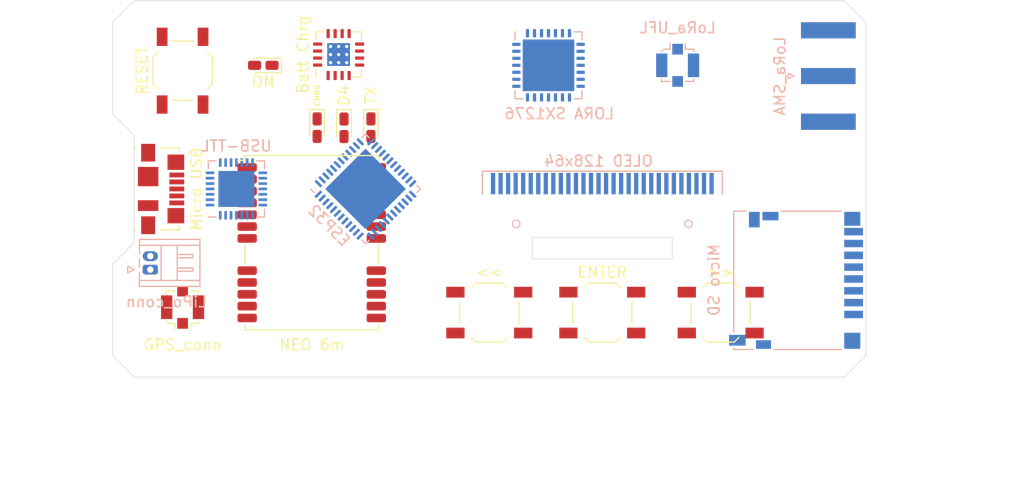
<source format=kicad_pcb>
(kicad_pcb (version 20171130) (host pcbnew 5.1.9)

  (general
    (thickness 1.6)
    (drawings 20)
    (tracks 0)
    (zones 0)
    (modules 20)
    (nets 9)
  )

  (page A4)
  (layers
    (0 F.Cu signal)
    (31 B.Cu signal)
    (32 B.Adhes user)
    (33 F.Adhes user)
    (34 B.Paste user)
    (35 F.Paste user hide)
    (36 B.SilkS user)
    (37 F.SilkS user)
    (38 B.Mask user)
    (39 F.Mask user)
    (40 Dwgs.User user)
    (41 Cmts.User user)
    (42 Eco1.User user)
    (43 Eco2.User user)
    (44 Edge.Cuts user)
    (45 Margin user)
    (46 B.CrtYd user)
    (47 F.CrtYd user)
    (48 B.Fab user)
    (49 F.Fab user)
  )

  (setup
    (last_trace_width 0.25)
    (trace_clearance 0.2)
    (zone_clearance 0.508)
    (zone_45_only no)
    (trace_min 0.2)
    (via_size 0.8)
    (via_drill 0.4)
    (via_min_size 0.4)
    (via_min_drill 0.3)
    (uvia_size 0.3)
    (uvia_drill 0.1)
    (uvias_allowed no)
    (uvia_min_size 0.2)
    (uvia_min_drill 0.1)
    (edge_width 0.05)
    (segment_width 0.2)
    (pcb_text_width 0.3)
    (pcb_text_size 1.5 1.5)
    (mod_edge_width 0.12)
    (mod_text_size 1 1)
    (mod_text_width 0.15)
    (pad_size 1.524 1.524)
    (pad_drill 0.762)
    (pad_to_mask_clearance 0)
    (aux_axis_origin 0 0)
    (grid_origin 121.5 61.5)
    (visible_elements FFF5F767)
    (pcbplotparams
      (layerselection 0x010fc_ffffffff)
      (usegerberextensions false)
      (usegerberattributes true)
      (usegerberadvancedattributes true)
      (creategerberjobfile true)
      (excludeedgelayer true)
      (linewidth 0.100000)
      (plotframeref false)
      (viasonmask false)
      (mode 1)
      (useauxorigin false)
      (hpglpennumber 1)
      (hpglpenspeed 20)
      (hpglpendiameter 15.000000)
      (psnegative false)
      (psa4output false)
      (plotreference true)
      (plotvalue true)
      (plotinvisibletext false)
      (padsonsilk false)
      (subtractmaskfromsilk false)
      (outputformat 1)
      (mirror false)
      (drillshape 1)
      (scaleselection 1)
      (outputdirectory ""))
  )

  (net 0 "")
  (net 1 "Net-(J1-Pad6)")
  (net 2 "Net-(U1-Pad16)")
  (net 3 "Net-(U2-Pad1)")
  (net 4 "Net-(U2-Pad10)")
  (net 5 "Net-(U3-Pad29)")
  (net 6 "Net-(U4-Pad1)")
  (net 7 "Net-(U4-Pad3)")
  (net 8 "Net-(U5-Pad10)")

  (net_class Default "This is the default net class."
    (clearance 0.2)
    (trace_width 0.25)
    (via_dia 0.8)
    (via_drill 0.4)
    (uvia_dia 0.3)
    (uvia_drill 0.1)
    (add_net "Net-(J1-Pad6)")
    (add_net "Net-(U1-Pad16)")
    (add_net "Net-(U2-Pad1)")
    (add_net "Net-(U2-Pad10)")
    (add_net "Net-(U3-Pad29)")
    (add_net "Net-(U4-Pad1)")
    (add_net "Net-(U4-Pad3)")
    (add_net "Net-(U5-Pad10)")
  )

  (module Connector_Hirose:Hirose_DF13-02P-1.25DS_1x02_P1.25mm_Horizontal (layer B.Cu) (tedit 60786A16) (tstamp 607A361D)
    (at 115.5 100.5 90)
    (descr "Hirose DF13 through hole, DF13-02P-1.25DS, 2 Pins per row (https://www.hirose.com/product/en/products/DF13/DF13-4P-1.25DS%2820%29/), generated with kicad-footprint-generator")
    (tags "connector Hirose DF13 horizontal")
    (fp_text reference LiPo_conn (at -3 1.5) (layer B.SilkS)
      (effects (font (size 1 1) (thickness 0.15)) (justify mirror))
    )
    (fp_text value Hirose_DF13-02P-1.25DS_1x02_P1.25mm_Horizontal (at 0.62 -2.1 -90) (layer B.Fab)
      (effects (font (size 1 1) (thickness 0.15)) (justify mirror))
    )
    (fp_text user %R (at 0.62 3.8 -90) (layer B.Fab)
      (effects (font (size 1 1) (thickness 0.15)) (justify mirror))
    )
    (fp_line (start -1.45 4.5) (end -1.45 -0.9) (layer B.Fab) (width 0.1))
    (fp_line (start -1.45 -0.9) (end 2.7 -0.9) (layer B.Fab) (width 0.1))
    (fp_line (start 2.7 -0.9) (end 2.7 4.5) (layer B.Fab) (width 0.1))
    (fp_line (start 2.7 4.5) (end -1.45 4.5) (layer B.Fab) (width 0.1))
    (fp_line (start -0.25 -0.96) (end -0.25 -1.01) (layer B.SilkS) (width 0.12))
    (fp_line (start -0.25 -1.01) (end -1.56 -1.01) (layer B.SilkS) (width 0.12))
    (fp_line (start -1.56 -1.01) (end -1.56 4.61) (layer B.SilkS) (width 0.12))
    (fp_line (start -1.56 4.61) (end 2.81 4.61) (layer B.SilkS) (width 0.12))
    (fp_line (start 2.81 4.61) (end 2.81 -1.01) (layer B.SilkS) (width 0.12))
    (fp_line (start 2.81 -1.01) (end 1.5 -1.01) (layer B.SilkS) (width 0.12))
    (fp_line (start 1.5 -1.01) (end 1.5 -0.96) (layer B.SilkS) (width 0.12))
    (fp_line (start -1.01 2.5) (end 2.26 2.5) (layer B.SilkS) (width 0.12))
    (fp_line (start -1.01 1) (end 2.26 1) (layer B.SilkS) (width 0.12))
    (fp_line (start -1.01 4.61) (end -1.01 -1.01) (layer B.SilkS) (width 0.12))
    (fp_line (start 2.26 4.61) (end 2.26 -1.01) (layer B.SilkS) (width 0.12))
    (fp_line (start -0.15 2.5) (end -0.15 3.9625) (layer B.SilkS) (width 0.12))
    (fp_line (start -0.15 3.9625) (end 0 4) (layer B.SilkS) (width 0.12))
    (fp_line (start 0 4) (end 0.15 3.9625) (layer B.SilkS) (width 0.12))
    (fp_line (start 0.15 3.9625) (end 0.15 2.5) (layer B.SilkS) (width 0.12))
    (fp_line (start 1.1 2.5) (end 1.1 3.9625) (layer B.SilkS) (width 0.12))
    (fp_line (start 1.1 3.9625) (end 1.25 4) (layer B.SilkS) (width 0.12))
    (fp_line (start 1.25 4) (end 1.4 3.9625) (layer B.SilkS) (width 0.12))
    (fp_line (start 1.4 3.9625) (end 1.4 2.5) (layer B.SilkS) (width 0.12))
    (fp_line (start 0.25 -0.96) (end 0.25 -1.01) (layer B.SilkS) (width 0.12))
    (fp_line (start 0.25 -1.01) (end 1 -1.01) (layer B.SilkS) (width 0.12))
    (fp_line (start 1 -1.01) (end 1 -0.96) (layer B.SilkS) (width 0.12))
    (fp_line (start 0 -1.5) (end -0.3 -2.1) (layer B.SilkS) (width 0.12))
    (fp_line (start -0.3 -2.1) (end 0.3 -2.1) (layer B.SilkS) (width 0.12))
    (fp_line (start 0.3 -2.1) (end 0 -1.5) (layer B.SilkS) (width 0.12))
    (fp_line (start -0.5 -0.9) (end 0 -0.192893) (layer B.Fab) (width 0.1))
    (fp_line (start 0 -0.192893) (end 0.5 -0.9) (layer B.Fab) (width 0.1))
    (fp_line (start -1.95 5) (end -1.95 -1.4) (layer B.CrtYd) (width 0.05))
    (fp_line (start -1.95 -1.4) (end 3.2 -1.4) (layer B.CrtYd) (width 0.05))
    (fp_line (start 3.2 -1.4) (end 3.2 5) (layer B.CrtYd) (width 0.05))
    (fp_line (start 3.2 5) (end -1.95 5) (layer B.CrtYd) (width 0.05))
    (pad 2 thru_hole oval (at 1.25 0 90) (size 0.9 1.4) (drill 0.6) (layers *.Cu *.Mask))
    (pad 1 thru_hole roundrect (at 0 0 90) (size 0.9 1.4) (drill 0.6) (layers *.Cu *.Mask) (roundrect_rratio 0.25))
    (model /home/fnavarro/Desktop/DF13_CL0536-0151-7-20_3dstep/DF13-2P-1.25DS.stp
      (offset (xyz -15 1.7 27.5))
      (scale (xyz 1 1 1))
      (rotate (xyz 0 90 0))
    )
  )

  (module Connector_Card:microSD_HC_Hirose_DM3D-SF (layer B.Cu) (tedit 5B82D16A) (tstamp 6079C03E)
    (at 175.5 101.5 270)
    (descr "Micro SD, SMD, right-angle, push-pull (https://media.digikey.com/PDF/Data%20Sheets/Hirose%20PDFs/DM3D-SF.pdf)")
    (tags "Micro SD")
    (attr smd)
    (fp_text reference "Micro SD" (at -0.025 7.625 90) (layer B.SilkS)
      (effects (font (size 1 1) (thickness 0.15)) (justify mirror))
    )
    (fp_text value microSD_HC_Hirose_DM3D-SF (at -0.025 -6.975 90) (layer B.Fab)
      (effects (font (size 1 1) (thickness 0.15)) (justify mirror))
    )
    (fp_arc (start 5.475 -5.475) (end 5.475 -5.725) (angle -90) (layer B.Fab) (width 0.1))
    (fp_arc (start 4.725 -4.425) (end 4.725 -3.925) (angle -90) (layer B.Fab) (width 0.1))
    (fp_arc (start -5.525 -5.475) (end -5.275 -5.475) (angle -90) (layer B.Fab) (width 0.1))
    (fp_arc (start -4.775 -4.425) (end -5.275 -4.425) (angle -90) (layer B.Fab) (width 0.1))
    (fp_arc (start -5.025 -9.575) (end -5.025 -10.075) (angle -90) (layer B.Fab) (width 0.1))
    (fp_arc (start 4.975 -9.575) (end 5.475 -9.575) (angle -90) (layer B.Fab) (width 0.1))
    (fp_text user KEEPOUT (at -0.725 4.8 90) (layer Cmts.User)
      (effects (font (size 0.4 0.4) (thickness 0.06)))
    )
    (fp_text user %R (at -0.025 -1.475 90) (layer B.Fab)
      (effects (font (size 1 1) (thickness 0.1)) (justify mirror))
    )
    (fp_text user KEEPOUT (at -0.275 0.525 90) (layer Cmts.User)
      (effects (font (size 1 1) (thickness 0.1)))
    )
    (fp_line (start 6.435 2.075) (end 6.435 -4.225) (layer B.SilkS) (width 0.12))
    (fp_line (start -6.435 1.375) (end -6.435 -4.225) (layer B.SilkS) (width 0.12))
    (fp_line (start 6.435 5.785) (end 6.435 3.975) (layer B.SilkS) (width 0.12))
    (fp_line (start -6.435 5.785) (end 4.825 5.785) (layer B.SilkS) (width 0.12))
    (fp_line (start -6.435 4.625) (end -6.435 5.785) (layer B.SilkS) (width 0.12))
    (fp_line (start 5.475 -9.575) (end 5.475 -5.725) (layer B.Fab) (width 0.1))
    (fp_line (start -5.025 -10.075) (end 4.975 -10.075) (layer B.Fab) (width 0.1))
    (fp_line (start -5.525 -5.725) (end -5.525 -9.575) (layer B.Fab) (width 0.1))
    (fp_line (start 5.475 -5.725) (end 6.375 -5.725) (layer B.Fab) (width 0.1))
    (fp_line (start 5.225 -5.475) (end 5.225 -4.425) (layer B.Fab) (width 0.1))
    (fp_line (start -5.275 -5.475) (end -5.275 -4.425) (layer B.Fab) (width 0.1))
    (fp_line (start -6.375 -5.725) (end -5.525 -5.725) (layer B.Fab) (width 0.1))
    (fp_line (start -4.775 -3.925) (end 4.725 -3.925) (layer B.Fab) (width 0.1))
    (fp_line (start -5.525 5.725) (end -5.525 6.975) (layer B.Fab) (width 0.1))
    (fp_line (start 4.175 5.725) (end 4.175 6.975) (layer B.Fab) (width 0.1))
    (fp_line (start -5.525 6.975) (end 4.175 6.975) (layer B.Fab) (width 0.1))
    (fp_line (start -0.025 3.875) (end 0.475 5.725) (layer Dwgs.User) (width 0.1))
    (fp_line (start -0.025 5.725) (end -0.525 3.875) (layer Dwgs.User) (width 0.1))
    (fp_line (start -1.025 3.875) (end -0.525 5.725) (layer Dwgs.User) (width 0.1))
    (fp_line (start -1.025 5.725) (end -1.525 3.875) (layer Dwgs.User) (width 0.1))
    (fp_line (start -1.925 3.875) (end -1.525 5.725) (layer Dwgs.User) (width 0.1))
    (fp_line (start 0.525 3.875) (end 0.525 5.725) (layer Dwgs.User) (width 0.1))
    (fp_line (start -1.975 5.725) (end -1.975 3.875) (layer Dwgs.User) (width 0.1))
    (fp_line (start -6.375 5.725) (end 6.375 5.725) (layer B.Fab) (width 0.1))
    (fp_line (start -3.225 1.525) (end -2.725 1.525) (layer Dwgs.User) (width 0.1))
    (fp_line (start -3.925 -0.475) (end -3.225 1.525) (layer Dwgs.User) (width 0.1))
    (fp_line (start -4.225 1.525) (end -3.725 1.525) (layer Dwgs.User) (width 0.1))
    (fp_line (start -4.925 -0.475) (end -4.225 1.525) (layer Dwgs.User) (width 0.1))
    (fp_line (start -4.925 1.525) (end -4.925 -0.475) (layer Dwgs.User) (width 0.1))
    (fp_line (start -6.92 -6.28) (end -6.92 6.72) (layer B.CrtYd) (width 0.05))
    (fp_line (start 6.88 -6.28) (end -6.92 -6.28) (layer B.CrtYd) (width 0.05))
    (fp_line (start 6.88 6.72) (end 6.88 -6.28) (layer B.CrtYd) (width 0.05))
    (fp_line (start -6.92 6.72) (end 6.88 6.72) (layer B.CrtYd) (width 0.05))
    (fp_line (start -4.925 1.525) (end 3.575 1.525) (layer Dwgs.User) (width 0.1))
    (fp_line (start 0.525 3.875) (end -1.975 3.875) (layer Dwgs.User) (width 0.1))
    (fp_line (start -4.925 -0.475) (end 3.575 -0.475) (layer Dwgs.User) (width 0.1))
    (fp_line (start -6.375 -5.725) (end -6.375 5.725) (layer B.Fab) (width 0.1))
    (fp_line (start -4.425 -0.475) (end -3.725 1.525) (layer Dwgs.User) (width 0.1))
    (fp_line (start -3.425 -0.475) (end -2.725 1.525) (layer Dwgs.User) (width 0.1))
    (fp_line (start -2.925 -0.475) (end -2.225 1.525) (layer Dwgs.User) (width 0.1))
    (fp_line (start -2.425 -0.475) (end -1.725 1.525) (layer Dwgs.User) (width 0.1))
    (fp_line (start -1.925 -0.475) (end -1.225 1.525) (layer Dwgs.User) (width 0.1))
    (fp_line (start -1.425 -0.475) (end -0.725 1.525) (layer Dwgs.User) (width 0.1))
    (fp_line (start -0.925 -0.475) (end -0.225 1.525) (layer Dwgs.User) (width 0.1))
    (fp_line (start -0.425 -0.475) (end 0.275 1.525) (layer Dwgs.User) (width 0.1))
    (fp_line (start 0.075 -0.475) (end 0.775 1.525) (layer Dwgs.User) (width 0.1))
    (fp_line (start 0.575 -0.475) (end 1.275 1.525) (layer Dwgs.User) (width 0.1))
    (fp_line (start 1.075 -0.475) (end 1.775 1.525) (layer Dwgs.User) (width 0.1))
    (fp_line (start 1.575 -0.475) (end 2.275 1.525) (layer Dwgs.User) (width 0.1))
    (fp_line (start 2.075 -0.475) (end 2.775 1.525) (layer Dwgs.User) (width 0.1))
    (fp_line (start 2.575 -0.475) (end 3.275 1.525) (layer Dwgs.User) (width 0.1))
    (fp_line (start 3.075 -0.475) (end 3.575 0.975) (layer Dwgs.User) (width 0.1))
    (fp_line (start 3.575 -0.475) (end 3.575 1.525) (layer Dwgs.User) (width 0.1))
    (fp_line (start 6.375 -5.725) (end 6.375 5.725) (layer B.Fab) (width 0.1))
    (fp_line (start 0.525 5.725) (end -1.975 5.725) (layer Dwgs.User) (width 0.1))
    (fp_line (start 6.325 5.785) (end 6.435 5.785) (layer B.SilkS) (width 0.12))
    (pad 10 smd rect (at 5.575 5.45 270) (size 1 1.55) (layers B.Cu B.Paste B.Mask))
    (pad 11 smd rect (at 5.625 -5.225 270) (size 1.5 1.5) (layers B.Cu B.Paste B.Mask))
    (pad 1 smd rect (at 3.175 -5.35 270) (size 0.7 1.75) (layers B.Cu B.Paste B.Mask))
    (pad 2 smd rect (at 2.075 -5.35 270) (size 0.7 1.75) (layers B.Cu B.Paste B.Mask))
    (pad 3 smd rect (at 0.975 -5.35 270) (size 0.7 1.75) (layers B.Cu B.Paste B.Mask))
    (pad 4 smd rect (at -0.125 -5.35 270) (size 0.7 1.75) (layers B.Cu B.Paste B.Mask))
    (pad 5 smd rect (at -1.225 -5.35 270) (size 0.7 1.75) (layers B.Cu B.Paste B.Mask))
    (pad 6 smd rect (at -2.325 -5.35 270) (size 0.7 1.75) (layers B.Cu B.Paste B.Mask))
    (pad 7 smd rect (at -3.425 -5.35 270) (size 0.7 1.75) (layers B.Cu B.Paste B.Mask))
    (pad 11 smd rect (at 5.975 3.025 270) (size 0.8 1.4) (layers B.Cu B.Paste B.Mask))
    (pad 9 smd rect (at -5.65 3.875 270) (size 1.45 1) (layers B.Cu B.Paste B.Mask))
    (pad 11 smd rect (at -5.975 2.375 270) (size 0.8 1.5) (layers B.Cu B.Paste B.Mask))
    (pad 11 smd rect (at -5.725 -5.225 270) (size 1.3 1.5) (layers B.Cu B.Paste B.Mask))
    (pad 8 smd rect (at -4.525 -5.35 270) (size 0.7 1.75) (layers B.Cu B.Paste B.Mask))
    (model ${KISYS3DMOD}/Connector_Card.3dshapes/microSD_HC_Hirose_DM3D-SF.wrl
      (at (xyz 0 0 0))
      (scale (xyz 1 1 1))
      (rotate (xyz 0 0 0))
    )
  )

  (module Button_Switch_SMD:SW_SPST_TL3342 (layer F.Cu) (tedit 5A02FC95) (tstamp 6079952D)
    (at 118.5 82 90)
    (descr "Low-profile SMD Tactile Switch, https://www.e-switch.com/system/asset/product_line/data_sheet/165/TL3342.pdf")
    (tags "SPST Tactile Switch")
    (attr smd)
    (fp_text reference RESET (at 0 -3.75 90) (layer F.SilkS)
      (effects (font (size 1 1) (thickness 0.15)))
    )
    (fp_text value SW_SPST_TL3342 (at 0 3.75 90) (layer F.Fab)
      (effects (font (size 1 1) (thickness 0.15)))
    )
    (fp_line (start 3.2 2.1) (end 3.2 1.6) (layer F.Fab) (width 0.1))
    (fp_line (start 3.2 -2.1) (end 3.2 -1.6) (layer F.Fab) (width 0.1))
    (fp_line (start -3.2 2.1) (end -3.2 1.6) (layer F.Fab) (width 0.1))
    (fp_line (start -3.2 -2.1) (end -3.2 -1.6) (layer F.Fab) (width 0.1))
    (fp_line (start 2.7 -2.1) (end 2.7 -1.6) (layer F.Fab) (width 0.1))
    (fp_line (start 1.7 -2.1) (end 3.2 -2.1) (layer F.Fab) (width 0.1))
    (fp_line (start 3.2 -1.6) (end 2.2 -1.6) (layer F.Fab) (width 0.1))
    (fp_line (start -2.7 -2.1) (end -2.7 -1.6) (layer F.Fab) (width 0.1))
    (fp_line (start -1.7 -2.1) (end -3.2 -2.1) (layer F.Fab) (width 0.1))
    (fp_line (start -3.2 -1.6) (end -2.2 -1.6) (layer F.Fab) (width 0.1))
    (fp_line (start -2.7 2.1) (end -2.7 1.6) (layer F.Fab) (width 0.1))
    (fp_line (start -3.2 1.6) (end -2.2 1.6) (layer F.Fab) (width 0.1))
    (fp_line (start -1.7 2.1) (end -3.2 2.1) (layer F.Fab) (width 0.1))
    (fp_line (start 1.7 2.1) (end 3.2 2.1) (layer F.Fab) (width 0.1))
    (fp_line (start 2.7 2.1) (end 2.7 1.6) (layer F.Fab) (width 0.1))
    (fp_line (start 3.2 1.6) (end 2.2 1.6) (layer F.Fab) (width 0.1))
    (fp_line (start -1.7 2.3) (end -1.25 2.75) (layer F.SilkS) (width 0.12))
    (fp_line (start 1.7 2.3) (end 1.25 2.75) (layer F.SilkS) (width 0.12))
    (fp_line (start 1.7 -2.3) (end 1.25 -2.75) (layer F.SilkS) (width 0.12))
    (fp_line (start -1.7 -2.3) (end -1.25 -2.75) (layer F.SilkS) (width 0.12))
    (fp_line (start -2 -1) (end -1 -2) (layer F.Fab) (width 0.1))
    (fp_line (start -1 -2) (end 1 -2) (layer F.Fab) (width 0.1))
    (fp_line (start 1 -2) (end 2 -1) (layer F.Fab) (width 0.1))
    (fp_line (start 2 -1) (end 2 1) (layer F.Fab) (width 0.1))
    (fp_line (start 2 1) (end 1 2) (layer F.Fab) (width 0.1))
    (fp_line (start 1 2) (end -1 2) (layer F.Fab) (width 0.1))
    (fp_line (start -1 2) (end -2 1) (layer F.Fab) (width 0.1))
    (fp_line (start -2 1) (end -2 -1) (layer F.Fab) (width 0.1))
    (fp_line (start 2.75 -1) (end 2.75 1) (layer F.SilkS) (width 0.12))
    (fp_line (start -1.25 2.75) (end 1.25 2.75) (layer F.SilkS) (width 0.12))
    (fp_line (start -2.75 -1) (end -2.75 1) (layer F.SilkS) (width 0.12))
    (fp_line (start -1.25 -2.75) (end 1.25 -2.75) (layer F.SilkS) (width 0.12))
    (fp_line (start -2.6 -1.2) (end -2.6 1.2) (layer F.Fab) (width 0.1))
    (fp_line (start -2.6 1.2) (end -1.2 2.6) (layer F.Fab) (width 0.1))
    (fp_line (start -1.2 2.6) (end 1.2 2.6) (layer F.Fab) (width 0.1))
    (fp_line (start 1.2 2.6) (end 2.6 1.2) (layer F.Fab) (width 0.1))
    (fp_line (start 2.6 1.2) (end 2.6 -1.2) (layer F.Fab) (width 0.1))
    (fp_line (start 2.6 -1.2) (end 1.2 -2.6) (layer F.Fab) (width 0.1))
    (fp_line (start 1.2 -2.6) (end -1.2 -2.6) (layer F.Fab) (width 0.1))
    (fp_line (start -1.2 -2.6) (end -2.6 -1.2) (layer F.Fab) (width 0.1))
    (fp_line (start -4.25 -3) (end 4.25 -3) (layer F.CrtYd) (width 0.05))
    (fp_line (start 4.25 -3) (end 4.25 3) (layer F.CrtYd) (width 0.05))
    (fp_line (start 4.25 3) (end -4.25 3) (layer F.CrtYd) (width 0.05))
    (fp_line (start -4.25 3) (end -4.25 -3) (layer F.CrtYd) (width 0.05))
    (fp_circle (center 0 0) (end 1 0) (layer F.Fab) (width 0.1))
    (fp_text user %R (at 0 -3.75 90) (layer F.Fab)
      (effects (font (size 1 1) (thickness 0.15)))
    )
    (pad 1 smd rect (at -3.15 -1.9 90) (size 1.7 1) (layers F.Cu F.Paste F.Mask))
    (pad 1 smd rect (at 3.15 -1.9 90) (size 1.7 1) (layers F.Cu F.Paste F.Mask))
    (pad 2 smd rect (at -3.15 1.9 90) (size 1.7 1) (layers F.Cu F.Paste F.Mask))
    (pad 2 smd rect (at 3.15 1.9 90) (size 1.7 1) (layers F.Cu F.Paste F.Mask))
    (model ${KISYS3DMOD}/Button_Switch_SMD.3dshapes/SW_SPST_TL3342.wrl
      (at (xyz 0 0 0))
      (scale (xyz 1 1 1))
      (rotate (xyz 0 0 0))
    )
  )

  (module Button_Switch_SMD:SW_SPST_TL3342 (layer F.Cu) (tedit 5A02FC95) (tstamp 60799289)
    (at 168.5 104.5)
    (descr "Low-profile SMD Tactile Switch, https://www.e-switch.com/system/asset/product_line/data_sheet/165/TL3342.pdf")
    (tags "SPST Tactile Switch")
    (attr smd)
    (fp_text reference >> (at 0 -3.75) (layer F.SilkS)
      (effects (font (size 1 1) (thickness 0.15)))
    )
    (fp_text value SW_SPST_TL3342 (at 0 3.75) (layer F.Fab)
      (effects (font (size 1 1) (thickness 0.15)))
    )
    (fp_line (start 3.2 2.1) (end 3.2 1.6) (layer F.Fab) (width 0.1))
    (fp_line (start 3.2 -2.1) (end 3.2 -1.6) (layer F.Fab) (width 0.1))
    (fp_line (start -3.2 2.1) (end -3.2 1.6) (layer F.Fab) (width 0.1))
    (fp_line (start -3.2 -2.1) (end -3.2 -1.6) (layer F.Fab) (width 0.1))
    (fp_line (start 2.7 -2.1) (end 2.7 -1.6) (layer F.Fab) (width 0.1))
    (fp_line (start 1.7 -2.1) (end 3.2 -2.1) (layer F.Fab) (width 0.1))
    (fp_line (start 3.2 -1.6) (end 2.2 -1.6) (layer F.Fab) (width 0.1))
    (fp_line (start -2.7 -2.1) (end -2.7 -1.6) (layer F.Fab) (width 0.1))
    (fp_line (start -1.7 -2.1) (end -3.2 -2.1) (layer F.Fab) (width 0.1))
    (fp_line (start -3.2 -1.6) (end -2.2 -1.6) (layer F.Fab) (width 0.1))
    (fp_line (start -2.7 2.1) (end -2.7 1.6) (layer F.Fab) (width 0.1))
    (fp_line (start -3.2 1.6) (end -2.2 1.6) (layer F.Fab) (width 0.1))
    (fp_line (start -1.7 2.1) (end -3.2 2.1) (layer F.Fab) (width 0.1))
    (fp_line (start 1.7 2.1) (end 3.2 2.1) (layer F.Fab) (width 0.1))
    (fp_line (start 2.7 2.1) (end 2.7 1.6) (layer F.Fab) (width 0.1))
    (fp_line (start 3.2 1.6) (end 2.2 1.6) (layer F.Fab) (width 0.1))
    (fp_line (start -1.7 2.3) (end -1.25 2.75) (layer F.SilkS) (width 0.12))
    (fp_line (start 1.7 2.3) (end 1.25 2.75) (layer F.SilkS) (width 0.12))
    (fp_line (start 1.7 -2.3) (end 1.25 -2.75) (layer F.SilkS) (width 0.12))
    (fp_line (start -1.7 -2.3) (end -1.25 -2.75) (layer F.SilkS) (width 0.12))
    (fp_line (start -2 -1) (end -1 -2) (layer F.Fab) (width 0.1))
    (fp_line (start -1 -2) (end 1 -2) (layer F.Fab) (width 0.1))
    (fp_line (start 1 -2) (end 2 -1) (layer F.Fab) (width 0.1))
    (fp_line (start 2 -1) (end 2 1) (layer F.Fab) (width 0.1))
    (fp_line (start 2 1) (end 1 2) (layer F.Fab) (width 0.1))
    (fp_line (start 1 2) (end -1 2) (layer F.Fab) (width 0.1))
    (fp_line (start -1 2) (end -2 1) (layer F.Fab) (width 0.1))
    (fp_line (start -2 1) (end -2 -1) (layer F.Fab) (width 0.1))
    (fp_line (start 2.75 -1) (end 2.75 1) (layer F.SilkS) (width 0.12))
    (fp_line (start -1.25 2.75) (end 1.25 2.75) (layer F.SilkS) (width 0.12))
    (fp_line (start -2.75 -1) (end -2.75 1) (layer F.SilkS) (width 0.12))
    (fp_line (start -1.25 -2.75) (end 1.25 -2.75) (layer F.SilkS) (width 0.12))
    (fp_line (start -2.6 -1.2) (end -2.6 1.2) (layer F.Fab) (width 0.1))
    (fp_line (start -2.6 1.2) (end -1.2 2.6) (layer F.Fab) (width 0.1))
    (fp_line (start -1.2 2.6) (end 1.2 2.6) (layer F.Fab) (width 0.1))
    (fp_line (start 1.2 2.6) (end 2.6 1.2) (layer F.Fab) (width 0.1))
    (fp_line (start 2.6 1.2) (end 2.6 -1.2) (layer F.Fab) (width 0.1))
    (fp_line (start 2.6 -1.2) (end 1.2 -2.6) (layer F.Fab) (width 0.1))
    (fp_line (start 1.2 -2.6) (end -1.2 -2.6) (layer F.Fab) (width 0.1))
    (fp_line (start -1.2 -2.6) (end -2.6 -1.2) (layer F.Fab) (width 0.1))
    (fp_line (start -4.25 -3) (end 4.25 -3) (layer F.CrtYd) (width 0.05))
    (fp_line (start 4.25 -3) (end 4.25 3) (layer F.CrtYd) (width 0.05))
    (fp_line (start 4.25 3) (end -4.25 3) (layer F.CrtYd) (width 0.05))
    (fp_line (start -4.25 3) (end -4.25 -3) (layer F.CrtYd) (width 0.05))
    (fp_circle (center 0 0) (end 1 0) (layer F.Fab) (width 0.1))
    (fp_text user %R (at 0 -3.75) (layer F.Fab)
      (effects (font (size 1 1) (thickness 0.15)))
    )
    (pad 1 smd rect (at -3.15 -1.9) (size 1.7 1) (layers F.Cu F.Paste F.Mask))
    (pad 1 smd rect (at 3.15 -1.9) (size 1.7 1) (layers F.Cu F.Paste F.Mask))
    (pad 2 smd rect (at -3.15 1.9) (size 1.7 1) (layers F.Cu F.Paste F.Mask))
    (pad 2 smd rect (at 3.15 1.9) (size 1.7 1) (layers F.Cu F.Paste F.Mask))
    (model ${KISYS3DMOD}/Button_Switch_SMD.3dshapes/SW_SPST_TL3342.wrl
      (at (xyz 0 0 0))
      (scale (xyz 1 1 1))
      (rotate (xyz 0 0 0))
    )
  )

  (module Button_Switch_SMD:SW_SPST_TL3342 (layer F.Cu) (tedit 5A02FC95) (tstamp 60799289)
    (at 157.5 104.5)
    (descr "Low-profile SMD Tactile Switch, https://www.e-switch.com/system/asset/product_line/data_sheet/165/TL3342.pdf")
    (tags "SPST Tactile Switch")
    (attr smd)
    (fp_text reference ENTER (at 0 -3.75) (layer F.SilkS)
      (effects (font (size 1 1) (thickness 0.15)))
    )
    (fp_text value SW_SPST_TL3342 (at 0 3.75) (layer F.Fab)
      (effects (font (size 1 1) (thickness 0.15)))
    )
    (fp_line (start 3.2 2.1) (end 3.2 1.6) (layer F.Fab) (width 0.1))
    (fp_line (start 3.2 -2.1) (end 3.2 -1.6) (layer F.Fab) (width 0.1))
    (fp_line (start -3.2 2.1) (end -3.2 1.6) (layer F.Fab) (width 0.1))
    (fp_line (start -3.2 -2.1) (end -3.2 -1.6) (layer F.Fab) (width 0.1))
    (fp_line (start 2.7 -2.1) (end 2.7 -1.6) (layer F.Fab) (width 0.1))
    (fp_line (start 1.7 -2.1) (end 3.2 -2.1) (layer F.Fab) (width 0.1))
    (fp_line (start 3.2 -1.6) (end 2.2 -1.6) (layer F.Fab) (width 0.1))
    (fp_line (start -2.7 -2.1) (end -2.7 -1.6) (layer F.Fab) (width 0.1))
    (fp_line (start -1.7 -2.1) (end -3.2 -2.1) (layer F.Fab) (width 0.1))
    (fp_line (start -3.2 -1.6) (end -2.2 -1.6) (layer F.Fab) (width 0.1))
    (fp_line (start -2.7 2.1) (end -2.7 1.6) (layer F.Fab) (width 0.1))
    (fp_line (start -3.2 1.6) (end -2.2 1.6) (layer F.Fab) (width 0.1))
    (fp_line (start -1.7 2.1) (end -3.2 2.1) (layer F.Fab) (width 0.1))
    (fp_line (start 1.7 2.1) (end 3.2 2.1) (layer F.Fab) (width 0.1))
    (fp_line (start 2.7 2.1) (end 2.7 1.6) (layer F.Fab) (width 0.1))
    (fp_line (start 3.2 1.6) (end 2.2 1.6) (layer F.Fab) (width 0.1))
    (fp_line (start -1.7 2.3) (end -1.25 2.75) (layer F.SilkS) (width 0.12))
    (fp_line (start 1.7 2.3) (end 1.25 2.75) (layer F.SilkS) (width 0.12))
    (fp_line (start 1.7 -2.3) (end 1.25 -2.75) (layer F.SilkS) (width 0.12))
    (fp_line (start -1.7 -2.3) (end -1.25 -2.75) (layer F.SilkS) (width 0.12))
    (fp_line (start -2 -1) (end -1 -2) (layer F.Fab) (width 0.1))
    (fp_line (start -1 -2) (end 1 -2) (layer F.Fab) (width 0.1))
    (fp_line (start 1 -2) (end 2 -1) (layer F.Fab) (width 0.1))
    (fp_line (start 2 -1) (end 2 1) (layer F.Fab) (width 0.1))
    (fp_line (start 2 1) (end 1 2) (layer F.Fab) (width 0.1))
    (fp_line (start 1 2) (end -1 2) (layer F.Fab) (width 0.1))
    (fp_line (start -1 2) (end -2 1) (layer F.Fab) (width 0.1))
    (fp_line (start -2 1) (end -2 -1) (layer F.Fab) (width 0.1))
    (fp_line (start 2.75 -1) (end 2.75 1) (layer F.SilkS) (width 0.12))
    (fp_line (start -1.25 2.75) (end 1.25 2.75) (layer F.SilkS) (width 0.12))
    (fp_line (start -2.75 -1) (end -2.75 1) (layer F.SilkS) (width 0.12))
    (fp_line (start -1.25 -2.75) (end 1.25 -2.75) (layer F.SilkS) (width 0.12))
    (fp_line (start -2.6 -1.2) (end -2.6 1.2) (layer F.Fab) (width 0.1))
    (fp_line (start -2.6 1.2) (end -1.2 2.6) (layer F.Fab) (width 0.1))
    (fp_line (start -1.2 2.6) (end 1.2 2.6) (layer F.Fab) (width 0.1))
    (fp_line (start 1.2 2.6) (end 2.6 1.2) (layer F.Fab) (width 0.1))
    (fp_line (start 2.6 1.2) (end 2.6 -1.2) (layer F.Fab) (width 0.1))
    (fp_line (start 2.6 -1.2) (end 1.2 -2.6) (layer F.Fab) (width 0.1))
    (fp_line (start 1.2 -2.6) (end -1.2 -2.6) (layer F.Fab) (width 0.1))
    (fp_line (start -1.2 -2.6) (end -2.6 -1.2) (layer F.Fab) (width 0.1))
    (fp_line (start -4.25 -3) (end 4.25 -3) (layer F.CrtYd) (width 0.05))
    (fp_line (start 4.25 -3) (end 4.25 3) (layer F.CrtYd) (width 0.05))
    (fp_line (start 4.25 3) (end -4.25 3) (layer F.CrtYd) (width 0.05))
    (fp_line (start -4.25 3) (end -4.25 -3) (layer F.CrtYd) (width 0.05))
    (fp_circle (center 0 0) (end 1 0) (layer F.Fab) (width 0.1))
    (fp_text user %R (at 0 -3.75) (layer F.Fab)
      (effects (font (size 1 1) (thickness 0.15)))
    )
    (pad 1 smd rect (at -3.15 -1.9) (size 1.7 1) (layers F.Cu F.Paste F.Mask))
    (pad 1 smd rect (at 3.15 -1.9) (size 1.7 1) (layers F.Cu F.Paste F.Mask))
    (pad 2 smd rect (at -3.15 1.9) (size 1.7 1) (layers F.Cu F.Paste F.Mask))
    (pad 2 smd rect (at 3.15 1.9) (size 1.7 1) (layers F.Cu F.Paste F.Mask))
    (model ${KISYS3DMOD}/Button_Switch_SMD.3dshapes/SW_SPST_TL3342.wrl
      (at (xyz 0 0 0))
      (scale (xyz 1 1 1))
      (rotate (xyz 0 0 0))
    )
  )

  (module Button_Switch_SMD:SW_SPST_TL3342 (layer F.Cu) (tedit 5A02FC95) (tstamp 60798F8F)
    (at 147 104.5)
    (descr "Low-profile SMD Tactile Switch, https://www.e-switch.com/system/asset/product_line/data_sheet/165/TL3342.pdf")
    (tags "SPST Tactile Switch")
    (attr smd)
    (fp_text reference << (at 0 -3.75) (layer F.SilkS)
      (effects (font (size 1 1) (thickness 0.15)))
    )
    (fp_text value SW_SPST_TL3342 (at 0 3.75) (layer F.Fab)
      (effects (font (size 1 1) (thickness 0.15)))
    )
    (fp_text user %R (at 0 -3.75) (layer F.Fab)
      (effects (font (size 1 1) (thickness 0.15)))
    )
    (fp_line (start 3.2 2.1) (end 3.2 1.6) (layer F.Fab) (width 0.1))
    (fp_line (start 3.2 -2.1) (end 3.2 -1.6) (layer F.Fab) (width 0.1))
    (fp_line (start -3.2 2.1) (end -3.2 1.6) (layer F.Fab) (width 0.1))
    (fp_line (start -3.2 -2.1) (end -3.2 -1.6) (layer F.Fab) (width 0.1))
    (fp_line (start 2.7 -2.1) (end 2.7 -1.6) (layer F.Fab) (width 0.1))
    (fp_line (start 1.7 -2.1) (end 3.2 -2.1) (layer F.Fab) (width 0.1))
    (fp_line (start 3.2 -1.6) (end 2.2 -1.6) (layer F.Fab) (width 0.1))
    (fp_line (start -2.7 -2.1) (end -2.7 -1.6) (layer F.Fab) (width 0.1))
    (fp_line (start -1.7 -2.1) (end -3.2 -2.1) (layer F.Fab) (width 0.1))
    (fp_line (start -3.2 -1.6) (end -2.2 -1.6) (layer F.Fab) (width 0.1))
    (fp_line (start -2.7 2.1) (end -2.7 1.6) (layer F.Fab) (width 0.1))
    (fp_line (start -3.2 1.6) (end -2.2 1.6) (layer F.Fab) (width 0.1))
    (fp_line (start -1.7 2.1) (end -3.2 2.1) (layer F.Fab) (width 0.1))
    (fp_line (start 1.7 2.1) (end 3.2 2.1) (layer F.Fab) (width 0.1))
    (fp_line (start 2.7 2.1) (end 2.7 1.6) (layer F.Fab) (width 0.1))
    (fp_line (start 3.2 1.6) (end 2.2 1.6) (layer F.Fab) (width 0.1))
    (fp_line (start -1.7 2.3) (end -1.25 2.75) (layer F.SilkS) (width 0.12))
    (fp_line (start 1.7 2.3) (end 1.25 2.75) (layer F.SilkS) (width 0.12))
    (fp_line (start 1.7 -2.3) (end 1.25 -2.75) (layer F.SilkS) (width 0.12))
    (fp_line (start -1.7 -2.3) (end -1.25 -2.75) (layer F.SilkS) (width 0.12))
    (fp_line (start -2 -1) (end -1 -2) (layer F.Fab) (width 0.1))
    (fp_line (start -1 -2) (end 1 -2) (layer F.Fab) (width 0.1))
    (fp_line (start 1 -2) (end 2 -1) (layer F.Fab) (width 0.1))
    (fp_line (start 2 -1) (end 2 1) (layer F.Fab) (width 0.1))
    (fp_line (start 2 1) (end 1 2) (layer F.Fab) (width 0.1))
    (fp_line (start 1 2) (end -1 2) (layer F.Fab) (width 0.1))
    (fp_line (start -1 2) (end -2 1) (layer F.Fab) (width 0.1))
    (fp_line (start -2 1) (end -2 -1) (layer F.Fab) (width 0.1))
    (fp_line (start 2.75 -1) (end 2.75 1) (layer F.SilkS) (width 0.12))
    (fp_line (start -1.25 2.75) (end 1.25 2.75) (layer F.SilkS) (width 0.12))
    (fp_line (start -2.75 -1) (end -2.75 1) (layer F.SilkS) (width 0.12))
    (fp_line (start -1.25 -2.75) (end 1.25 -2.75) (layer F.SilkS) (width 0.12))
    (fp_line (start -2.6 -1.2) (end -2.6 1.2) (layer F.Fab) (width 0.1))
    (fp_line (start -2.6 1.2) (end -1.2 2.6) (layer F.Fab) (width 0.1))
    (fp_line (start -1.2 2.6) (end 1.2 2.6) (layer F.Fab) (width 0.1))
    (fp_line (start 1.2 2.6) (end 2.6 1.2) (layer F.Fab) (width 0.1))
    (fp_line (start 2.6 1.2) (end 2.6 -1.2) (layer F.Fab) (width 0.1))
    (fp_line (start 2.6 -1.2) (end 1.2 -2.6) (layer F.Fab) (width 0.1))
    (fp_line (start 1.2 -2.6) (end -1.2 -2.6) (layer F.Fab) (width 0.1))
    (fp_line (start -1.2 -2.6) (end -2.6 -1.2) (layer F.Fab) (width 0.1))
    (fp_line (start -4.25 -3) (end 4.25 -3) (layer F.CrtYd) (width 0.05))
    (fp_line (start 4.25 -3) (end 4.25 3) (layer F.CrtYd) (width 0.05))
    (fp_line (start 4.25 3) (end -4.25 3) (layer F.CrtYd) (width 0.05))
    (fp_line (start -4.25 3) (end -4.25 -3) (layer F.CrtYd) (width 0.05))
    (fp_circle (center 0 0) (end 1 0) (layer F.Fab) (width 0.1))
    (pad 2 smd rect (at 3.15 1.9) (size 1.7 1) (layers F.Cu F.Paste F.Mask))
    (pad 2 smd rect (at -3.15 1.9) (size 1.7 1) (layers F.Cu F.Paste F.Mask))
    (pad 1 smd rect (at 3.15 -1.9) (size 1.7 1) (layers F.Cu F.Paste F.Mask))
    (pad 1 smd rect (at -3.15 -1.9) (size 1.7 1) (layers F.Cu F.Paste F.Mask))
    (model ${KISYS3DMOD}/Button_Switch_SMD.3dshapes/SW_SPST_TL3342.wrl
      (at (xyz 0 0 0))
      (scale (xyz 1 1 1))
      (rotate (xyz 0 0 0))
    )
  )

  (module Connector_Coaxial:SMA_Amphenol_132289_EdgeMount (layer B.Cu) (tedit 6078565E) (tstamp 6079E52C)
    (at 178.5 82.5)
    (descr http://www.amphenolrf.com/132289.html)
    (tags SMA)
    (attr smd)
    (fp_text reference LoRa_SMA (at -4.5 0 -270) (layer B.SilkS)
      (effects (font (size 1 1) (thickness 0.15)) (justify mirror))
    )
    (fp_text value SMA_Amphenol_132289_EdgeMount (at 5 -6) (layer B.Fab)
      (effects (font (size 1 1) (thickness 0.15)) (justify mirror))
    )
    (fp_text user %R (at 4.79 0 -90) (layer B.Fab)
      (effects (font (size 1 1) (thickness 0.15)) (justify mirror))
    )
    (fp_line (start -3.71 -0.25) (end -3.21 0) (layer B.SilkS) (width 0.12))
    (fp_line (start -3.71 0.25) (end -3.71 -0.25) (layer B.SilkS) (width 0.12))
    (fp_line (start -3.21 0) (end -3.71 0.25) (layer B.SilkS) (width 0.12))
    (fp_line (start 3.54 0) (end 2.54 -0.75) (layer B.Fab) (width 0.1))
    (fp_line (start 2.54 0.75) (end 3.54 0) (layer B.Fab) (width 0.1))
    (fp_line (start 14.47 5.58) (end -3.04 5.58) (layer B.CrtYd) (width 0.05))
    (fp_line (start 14.47 5.58) (end 14.47 -5.58) (layer B.CrtYd) (width 0.05))
    (fp_line (start 14.47 -5.58) (end -3.04 -5.58) (layer B.CrtYd) (width 0.05))
    (fp_line (start -3.04 -5.58) (end -3.04 5.58) (layer B.CrtYd) (width 0.05))
    (fp_line (start 14.47 5.58) (end -3.04 5.58) (layer F.CrtYd) (width 0.05))
    (fp_line (start 14.47 5.58) (end 14.47 -5.58) (layer F.CrtYd) (width 0.05))
    (fp_line (start 14.47 -5.58) (end -3.04 -5.58) (layer F.CrtYd) (width 0.05))
    (fp_line (start -3.04 -5.58) (end -3.04 5.58) (layer F.CrtYd) (width 0.05))
    (fp_line (start 4.445 3.81) (end 13.97 3.81) (layer B.Fab) (width 0.1))
    (fp_line (start 13.97 3.81) (end 13.97 -3.81) (layer B.Fab) (width 0.1))
    (fp_line (start 13.97 -3.81) (end 4.445 -3.81) (layer B.Fab) (width 0.1))
    (fp_line (start 4.445 -5.08) (end 4.445 -3.81) (layer B.Fab) (width 0.1))
    (fp_line (start 4.445 3.81) (end 4.445 5.08) (layer B.Fab) (width 0.1))
    (fp_line (start -1.91 5.08) (end 4.445 5.08) (layer B.Fab) (width 0.1))
    (fp_line (start -1.91 5.08) (end -1.91 3.81) (layer B.Fab) (width 0.1))
    (fp_line (start -1.91 3.81) (end 2.54 3.81) (layer B.Fab) (width 0.1))
    (fp_line (start 2.54 3.81) (end 2.54 -3.81) (layer B.Fab) (width 0.1))
    (fp_line (start 2.54 -3.81) (end -1.91 -3.81) (layer B.Fab) (width 0.1))
    (fp_line (start -1.91 -3.81) (end -1.91 -5.08) (layer B.Fab) (width 0.1))
    (fp_line (start -1.91 -5.08) (end 4.445 -5.08) (layer B.Fab) (width 0.1))
    (pad 1 smd rect (at 0 0 270) (size 1.5 5.08) (layers B.Cu B.Paste B.Mask))
    (pad 2 smd rect (at 0 4.25 270) (size 1.5 5.08) (layers B.Cu B.Paste B.Mask))
    (pad 2 smd rect (at 0 -4.25 270) (size 1.5 5.08) (layers B.Cu B.Paste B.Mask))
    (pad 2 smd rect (at 0 4.25 270) (size 1.5 5.08) (layers F.Cu F.Paste F.Mask))
    (pad 2 smd rect (at 0 -4.25 270) (size 1.5 5.08) (layers F.Cu F.Paste F.Mask))
    (model ${KISYS3DMOD}/Connector_Coaxial.3dshapes/SMA_Amphenol_132289_EdgeMount.wrl
      (at (xyz 0 0 0))
      (scale (xyz 1 1 1))
      (rotate (xyz 0 0 0))
    )
    (model "/home/fnavarro/Desktop/amphenol-right-angle-edge-mount-sma-connector-1.snapshot.1/Amphenol 132415.STEP"
      (offset (xyz 5.5 0 0))
      (scale (xyz 1 1 1))
      (rotate (xyz -90 0 -90))
    )
  )

  (module Connector_Coaxial:U.FL_Molex_MCRF_73412-0110_Vertical (layer B.Cu) (tedit 60785505) (tstamp 60797093)
    (at 164.5 81.5)
    (descr "Molex Microcoaxial RF Connectors (MCRF), mates Hirose U.FL, (http://www.molex.com/pdm_docs/sd/734120110_sd.pdf)")
    (tags "mcrf hirose ufl u.fl microcoaxial")
    (attr smd)
    (fp_text reference LoRa_UFL (at 0 -3.5) (layer B.SilkS)
      (effects (font (size 1 1) (thickness 0.15)) (justify mirror))
    )
    (fp_text value U.FL_Molex_MCRF_73412-0110_Vertical (at 0 3.302) (layer B.Fab)
      (effects (font (size 1 1) (thickness 0.15)) (justify mirror))
    )
    (fp_line (start 0 -1) (end 0.3 -1.3) (layer B.Fab) (width 0.1))
    (fp_line (start -0.3 -1.3) (end 0 -1) (layer B.Fab) (width 0.1))
    (fp_line (start 0.7 -1.5) (end 0.7 -2) (layer B.SilkS) (width 0.12))
    (fp_line (start -0.7 -1.5) (end -0.7 -2) (layer B.SilkS) (width 0.12))
    (fp_circle (center 0 0) (end 0 -0.05) (layer B.Fab) (width 0.1))
    (fp_circle (center 0 0) (end 0 -0.125) (layer B.Fab) (width 0.1))
    (fp_line (start -0.7 -1.5) (end -1.3 -1.5) (layer B.SilkS) (width 0.12))
    (fp_line (start -1.3 -1.5) (end -1.5 -1.3) (layer B.SilkS) (width 0.12))
    (fp_line (start 1.5 -1.3) (end 1.5 -1.5) (layer B.SilkS) (width 0.12))
    (fp_line (start 1.5 -1.5) (end 0.7 -1.5) (layer B.SilkS) (width 0.12))
    (fp_line (start 0.7 1.5) (end 1.5 1.5) (layer B.SilkS) (width 0.12))
    (fp_line (start 1.5 1.5) (end 1.5 1.3) (layer B.SilkS) (width 0.12))
    (fp_line (start -1.5 1.3) (end -1.5 1.5) (layer B.SilkS) (width 0.12))
    (fp_line (start -1.5 1.5) (end -0.7 1.5) (layer B.SilkS) (width 0.12))
    (fp_circle (center 0 0) (end 0.9 0) (layer B.Fab) (width 0.1))
    (fp_line (start -1.3 1.3) (end 1.3 1.3) (layer B.Fab) (width 0.1))
    (fp_line (start -1.3 1.3) (end -1.3 -1) (layer B.Fab) (width 0.1))
    (fp_line (start -1.3 -1) (end -1 -1.3) (layer B.Fab) (width 0.1))
    (fp_line (start 1.3 1.3) (end 1.3 -1.3) (layer B.Fab) (width 0.1))
    (fp_line (start -2.5 2.5) (end -2.5 -2.5) (layer B.CrtYd) (width 0.05))
    (fp_line (start -2.5 -2.5) (end 2.5 -2.5) (layer B.CrtYd) (width 0.05))
    (fp_line (start 2.5 -2.5) (end 2.5 2.5) (layer B.CrtYd) (width 0.05))
    (fp_line (start 2.5 2.5) (end -2.5 2.5) (layer B.CrtYd) (width 0.05))
    (fp_line (start -1 -1.3) (end 1.3 -1.3) (layer B.Fab) (width 0.1))
    (fp_circle (center 0 0) (end 0 -0.2) (layer B.Fab) (width 0.1))
    (fp_text user %R (at 0 -3.5) (layer B.Fab)
      (effects (font (size 1 1) (thickness 0.15)) (justify mirror))
    )
    (pad 2 smd rect (at -1.475 0) (size 1.05 2.2) (layers B.Cu B.Paste B.Mask))
    (pad 2 smd rect (at 1.475 0) (size 1.05 2.2) (layers B.Cu B.Paste B.Mask))
    (pad 2 smd rect (at 0 1.5) (size 1 1) (layers B.Cu B.Paste B.Mask))
    (pad 1 smd rect (at 0 -1.5) (size 1 1) (layers B.Cu B.Paste B.Mask))
    (model "/home/fnavarro/Desktop/u-fl-antenna-connector-523-a-1jb-1.snapshot.2/u.Fl Antenna Connector - 523-A-1JB.STEP"
      (offset (xyz -1.33 1.3 0))
      (scale (xyz 1 1 1))
      (rotate (xyz -90 0 90))
    )
  )

  (module Connector_Coaxial:U.FL_Molex_MCRF_73412-0110_Vertical (layer F.Cu) (tedit 60785505) (tstamp 60795D60)
    (at 118.5 104)
    (descr "Molex Microcoaxial RF Connectors (MCRF), mates Hirose U.FL, (http://www.molex.com/pdm_docs/sd/734120110_sd.pdf)")
    (tags "mcrf hirose ufl u.fl microcoaxial")
    (attr smd)
    (fp_text reference GPS_conn (at 0 3.5) (layer F.SilkS)
      (effects (font (size 1 1) (thickness 0.15)))
    )
    (fp_text value U.FL_Molex_MCRF_73412-0110_Vertical (at 0 -3.302) (layer F.Fab)
      (effects (font (size 1 1) (thickness 0.15)))
    )
    (fp_text user %R (at 0 3.5) (layer F.Fab)
      (effects (font (size 1 1) (thickness 0.15)))
    )
    (fp_line (start 0 1) (end 0.3 1.3) (layer F.Fab) (width 0.1))
    (fp_line (start -0.3 1.3) (end 0 1) (layer F.Fab) (width 0.1))
    (fp_line (start 0.7 1.5) (end 0.7 2) (layer F.SilkS) (width 0.12))
    (fp_line (start -0.7 1.5) (end -0.7 2) (layer F.SilkS) (width 0.12))
    (fp_circle (center 0 0) (end 0 0.05) (layer F.Fab) (width 0.1))
    (fp_circle (center 0 0) (end 0 0.125) (layer F.Fab) (width 0.1))
    (fp_line (start -0.7 1.5) (end -1.3 1.5) (layer F.SilkS) (width 0.12))
    (fp_line (start -1.3 1.5) (end -1.5 1.3) (layer F.SilkS) (width 0.12))
    (fp_line (start 1.5 1.3) (end 1.5 1.5) (layer F.SilkS) (width 0.12))
    (fp_line (start 1.5 1.5) (end 0.7 1.5) (layer F.SilkS) (width 0.12))
    (fp_line (start 0.7 -1.5) (end 1.5 -1.5) (layer F.SilkS) (width 0.12))
    (fp_line (start 1.5 -1.5) (end 1.5 -1.3) (layer F.SilkS) (width 0.12))
    (fp_line (start -1.5 -1.3) (end -1.5 -1.5) (layer F.SilkS) (width 0.12))
    (fp_line (start -1.5 -1.5) (end -0.7 -1.5) (layer F.SilkS) (width 0.12))
    (fp_circle (center 0 0) (end 0.9 0) (layer F.Fab) (width 0.1))
    (fp_line (start -1.3 -1.3) (end 1.3 -1.3) (layer F.Fab) (width 0.1))
    (fp_line (start -1.3 -1.3) (end -1.3 1) (layer F.Fab) (width 0.1))
    (fp_line (start -1.3 1) (end -1 1.3) (layer F.Fab) (width 0.1))
    (fp_line (start 1.3 -1.3) (end 1.3 1.3) (layer F.Fab) (width 0.1))
    (fp_line (start -2.5 -2.5) (end -2.5 2.5) (layer F.CrtYd) (width 0.05))
    (fp_line (start -2.5 2.5) (end 2.5 2.5) (layer F.CrtYd) (width 0.05))
    (fp_line (start 2.5 2.5) (end 2.5 -2.5) (layer F.CrtYd) (width 0.05))
    (fp_line (start 2.5 -2.5) (end -2.5 -2.5) (layer F.CrtYd) (width 0.05))
    (fp_line (start -1 1.3) (end 1.3 1.3) (layer F.Fab) (width 0.1))
    (fp_circle (center 0 0) (end 0 0.2) (layer F.Fab) (width 0.1))
    (pad 1 smd rect (at 0 1.5) (size 1 1) (layers F.Cu F.Paste F.Mask))
    (pad 2 smd rect (at 0 -1.5) (size 1 1) (layers F.Cu F.Paste F.Mask))
    (pad 2 smd rect (at 1.475 0) (size 1.05 2.2) (layers F.Cu F.Paste F.Mask))
    (pad 2 smd rect (at -1.475 0) (size 1.05 2.2) (layers F.Cu F.Paste F.Mask))
    (model "/home/fnavarro/Desktop/u-fl-antenna-connector-523-a-1jb-1.snapshot.2/u.Fl Antenna Connector - 523-A-1JB.STEP"
      (offset (xyz -1.33 1.3 0))
      (scale (xyz 1 1 1))
      (rotate (xyz -90 0 90))
    )
  )

  (module lib_fp:OLED-128O064D (layer B.Cu) (tedit 60784E0C) (tstamp 60790075)
    (at 157.5 92.5)
    (descr "128x64 OLED display")
    (tags "display oled")
    (path /6082010F)
    (attr smd)
    (fp_text reference "OLED 128x64" (at -0.35 -2.1) (layer B.SilkS)
      (effects (font (size 1 1) (thickness 0.15)) (justify mirror))
    )
    (fp_text value Conn_01x30 (at -0.35 6.9) (layer B.Fab)
      (effects (font (size 1 1) (thickness 0.15)) (justify mirror))
    )
    (fp_line (start -11 -1) (end -11 3) (layer B.Fab) (width 0.1))
    (fp_line (start -11 3) (end -6 5.887) (layer B.Fab) (width 0.1))
    (fp_line (start -11 -1) (end 11 -1) (layer B.Fab) (width 0.1))
    (fp_line (start 11 -1) (end 11 3) (layer B.Fab) (width 0.1))
    (fp_line (start 11 3) (end 6 5.887) (layer B.Fab) (width 0.1))
    (fp_line (start -6 5.887) (end 6 5.887) (layer B.Fab) (width 0.1))
    (fp_line (start -11.15 1) (end -11.15 -1.15) (layer B.SilkS) (width 0.12))
    (fp_line (start -11.15 -1.15) (end 11.15 -1.15) (layer B.SilkS) (width 0.12))
    (fp_line (start 11.15 -1.15) (end 11.15 1) (layer B.SilkS) (width 0.12))
    (fp_circle (center -8 3.75) (end -7.65 3.75) (layer B.SilkS) (width 0.1))
    (fp_circle (center 8 3.75) (end 8.35 3.75) (layer B.SilkS) (width 0.1))
    (fp_line (start 11.25 -1.25) (end 11.25 3.14) (layer B.CrtYd) (width 0.05))
    (fp_line (start 11.25 -1.25) (end -11.25 -1.25) (layer B.CrtYd) (width 0.05))
    (fp_line (start -6.05 6.14) (end -11.25 3.14) (layer B.CrtYd) (width 0.05))
    (fp_line (start -11.25 3.14) (end -11.25 -1.25) (layer B.CrtYd) (width 0.05))
    (fp_line (start 6.05 6.14) (end 11.25 3.14) (layer B.CrtYd) (width 0.05))
    (fp_line (start 6.05 6.14) (end -6.05 6.14) (layer B.CrtYd) (width 0.05))
    (fp_text user %R (at -0.35 -2.1) (layer B.Fab)
      (effects (font (size 1 1) (thickness 0.15)) (justify mirror))
    )
    (pad 1 smd rect (at -10.15 0) (size 0.4 2) (layers B.Cu B.Paste B.Mask))
    (pad 2 smd rect (at -9.45 0) (size 0.4 2) (layers B.Cu B.Paste B.Mask))
    (pad 3 smd rect (at -8.75 0) (size 0.4 2) (layers B.Cu B.Paste B.Mask))
    (pad 4 smd rect (at -8.05 0) (size 0.4 2) (layers B.Cu B.Paste B.Mask))
    (pad 5 smd rect (at -7.35 0) (size 0.4 2) (layers B.Cu B.Paste B.Mask))
    (pad 6 smd rect (at -6.65 0) (size 0.4 2) (layers B.Cu B.Paste B.Mask))
    (pad 7 smd rect (at -5.95 0) (size 0.4 2) (layers B.Cu B.Paste B.Mask))
    (pad 8 smd rect (at -5.25 0) (size 0.4 2) (layers B.Cu B.Paste B.Mask))
    (pad 9 smd rect (at -4.55 0) (size 0.4 2) (layers B.Cu B.Paste B.Mask))
    (pad 10 smd rect (at -3.85 0) (size 0.4 2) (layers B.Cu B.Paste B.Mask))
    (pad 11 smd rect (at -3.15 0) (size 0.4 2) (layers B.Cu B.Paste B.Mask))
    (pad 12 smd rect (at -2.45 0) (size 0.4 2) (layers B.Cu B.Paste B.Mask))
    (pad 13 smd rect (at -1.75 0) (size 0.4 2) (layers B.Cu B.Paste B.Mask))
    (pad 14 smd rect (at -1.05 0) (size 0.4 2) (layers B.Cu B.Paste B.Mask))
    (pad 15 smd rect (at -0.35 0) (size 0.4 2) (layers B.Cu B.Paste B.Mask))
    (pad 16 smd rect (at 0.35 0) (size 0.4 2) (layers B.Cu B.Paste B.Mask))
    (pad 17 smd rect (at 1.05 0) (size 0.4 2) (layers B.Cu B.Paste B.Mask))
    (pad 18 smd rect (at 1.75 0) (size 0.4 2) (layers B.Cu B.Paste B.Mask))
    (pad 19 smd rect (at 2.45 0) (size 0.4 2) (layers B.Cu B.Paste B.Mask))
    (pad 20 smd rect (at 3.15 0) (size 0.4 2) (layers B.Cu B.Paste B.Mask))
    (pad 21 smd rect (at 3.85 0) (size 0.4 2) (layers B.Cu B.Paste B.Mask))
    (pad 22 smd rect (at 4.55 0) (size 0.4 2) (layers B.Cu B.Paste B.Mask))
    (pad 23 smd rect (at 5.25 0) (size 0.4 2) (layers B.Cu B.Paste B.Mask))
    (pad 24 smd rect (at 5.95 0) (size 0.4 2) (layers B.Cu B.Paste B.Mask))
    (pad 25 smd rect (at 6.65 0) (size 0.4 2) (layers B.Cu B.Paste B.Mask))
    (pad 26 smd rect (at 7.35 0) (size 0.4 2) (layers B.Cu B.Paste B.Mask))
    (pad 27 smd rect (at 8.05 0) (size 0.4 2) (layers B.Cu B.Paste B.Mask))
    (pad 28 smd rect (at 8.75 0) (size 0.4 2) (layers B.Cu B.Paste B.Mask))
    (pad 29 smd rect (at 9.45 0) (size 0.4 2) (layers B.Cu B.Paste B.Mask))
    (pad 30 smd rect (at 10.15 0) (size 0.4 2) (layers B.Cu B.Paste B.Mask))
    (model "/home/fnavarro/Desktop/0-96in-oled-1.snapshot.2/0.96 OLED - Flat Reverse.stp"
      (offset (xyz 0 -7.5 -1.5))
      (scale (xyz 1 1 1))
      (rotate (xyz -180 0 0))
    )
  )

  (module RF_GPS:ublox_NEO (layer F.Cu) (tedit 6078456B) (tstamp 6078B0DB)
    (at 130.5 98)
    (descr "ublox NEO 6/7/8, (https://www.u-blox.com/sites/default/files/NEO-8Q-NEO-M8-FW3_HardwareIntegrationManual_%28UBX-15029985%29_0.pdf)")
    (tags "GPS ublox NEO 6/7/8")
    (path /6078AAFA)
    (attr smd)
    (fp_text reference "NEO 6m" (at 0 9.5 180) (layer F.SilkS)
      (effects (font (size 1 1) (thickness 0.15)))
    )
    (fp_text value NEO-M8M (at 0 0.8 180) (layer F.Fab)
      (effects (font (size 1 1) (thickness 0.15)))
    )
    (fp_line (start -5.1 -8) (end 6.1 -8) (layer F.Fab) (width 0.1))
    (fp_line (start 6.1 -8) (end 6.1 8) (layer F.Fab) (width 0.1))
    (fp_line (start -6.1 8) (end 6.1 8) (layer F.Fab) (width 0.1))
    (fp_line (start -6.1 -7) (end -6.1 8) (layer F.Fab) (width 0.1))
    (fp_line (start -6.21 0.26) (end -6.21 1.94) (layer F.SilkS) (width 0.12))
    (fp_line (start 6.21 0.26) (end 6.21 1.94) (layer F.SilkS) (width 0.12))
    (fp_line (start -6.21 8.11) (end 6.21 8.11) (layer F.SilkS) (width 0.12))
    (fp_line (start -6.21 -8.11) (end 6.21 -8.11) (layer F.SilkS) (width 0.12))
    (fp_line (start -6.21 7.66) (end -6.21 8.11) (layer F.SilkS) (width 0.12))
    (fp_line (start 6.21 -8.11) (end 6.21 -7.66) (layer F.SilkS) (width 0.12))
    (fp_line (start -7.15 -8.25) (end -7.15 8.25) (layer F.CrtYd) (width 0.05))
    (fp_line (start -7.15 -8.25) (end 7.15 -8.25) (layer F.CrtYd) (width 0.05))
    (fp_line (start 7.15 -8.25) (end 7.15 8.25) (layer F.CrtYd) (width 0.05))
    (fp_line (start -7.15 8.25) (end 7.15 8.25) (layer F.CrtYd) (width 0.05))
    (fp_line (start 6.21 7.66) (end 6.21 8.1) (layer F.SilkS) (width 0.12))
    (fp_line (start -5.1 -8) (end -6.1 -7) (layer F.Fab) (width 0.1))
    (fp_line (start -6.21 -8.11) (end -6.21 -7.66) (layer F.SilkS) (width 0.12))
    (fp_line (start -6.9 -7.66) (end -6.21 -7.66) (layer F.SilkS) (width 0.12))
    (fp_text user %R (at 0 -0.8 180) (layer F.Fab)
      (effects (font (size 1 1) (thickness 0.15)))
    )
    (pad 1 smd roundrect (at -6 -7) (size 1.8 0.8) (layers F.Cu F.Paste F.Mask) (roundrect_rratio 0.25))
    (pad 2 smd roundrect (at -6 -5.9) (size 1.8 0.8) (layers F.Cu F.Paste F.Mask) (roundrect_rratio 0.25))
    (pad 3 smd roundrect (at -6 -4.8) (size 1.8 0.8) (layers F.Cu F.Paste F.Mask) (roundrect_rratio 0.25))
    (pad 4 smd roundrect (at -6 -3.7) (size 1.8 0.8) (layers F.Cu F.Paste F.Mask) (roundrect_rratio 0.25))
    (pad 5 smd roundrect (at -6 -2.6) (size 1.8 0.8) (layers F.Cu F.Paste F.Mask) (roundrect_rratio 0.25))
    (pad 6 smd roundrect (at -6 -1.5) (size 1.8 0.8) (layers F.Cu F.Paste F.Mask) (roundrect_rratio 0.25))
    (pad 7 smd roundrect (at -6 -0.4) (size 1.8 0.8) (layers F.Cu F.Paste F.Mask) (roundrect_rratio 0.25))
    (pad 8 smd roundrect (at -6 2.6) (size 1.8 0.8) (layers F.Cu F.Paste F.Mask) (roundrect_rratio 0.25))
    (pad 9 smd roundrect (at -6 3.7) (size 1.8 0.8) (layers F.Cu F.Paste F.Mask) (roundrect_rratio 0.25))
    (pad 10 smd roundrect (at -6 4.8) (size 1.8 0.8) (layers F.Cu F.Paste F.Mask) (roundrect_rratio 0.25)
      (net 8 "Net-(U5-Pad10)"))
    (pad 11 smd roundrect (at -6 5.9) (size 1.8 0.8) (layers F.Cu F.Paste F.Mask) (roundrect_rratio 0.25))
    (pad 12 smd roundrect (at -6 7) (size 1.8 0.8) (layers F.Cu F.Paste F.Mask) (roundrect_rratio 0.25)
      (net 8 "Net-(U5-Pad10)"))
    (pad 13 smd roundrect (at 6 7) (size 1.8 0.8) (layers F.Cu F.Paste F.Mask) (roundrect_rratio 0.25)
      (net 8 "Net-(U5-Pad10)"))
    (pad 14 smd roundrect (at 6 5.9) (size 1.8 0.8) (layers F.Cu F.Paste F.Mask) (roundrect_rratio 0.25))
    (pad 15 smd roundrect (at 6 4.8) (size 1.8 0.8) (layers F.Cu F.Paste F.Mask) (roundrect_rratio 0.25))
    (pad 16 smd roundrect (at 6 3.7) (size 1.8 0.8) (layers F.Cu F.Paste F.Mask) (roundrect_rratio 0.25))
    (pad 17 smd roundrect (at 6 2.6) (size 1.8 0.8) (layers F.Cu F.Paste F.Mask) (roundrect_rratio 0.25))
    (pad 18 smd roundrect (at 6 -0.4) (size 1.8 0.8) (layers F.Cu F.Paste F.Mask) (roundrect_rratio 0.25))
    (pad 19 smd roundrect (at 6 -1.5) (size 1.8 0.8) (layers F.Cu F.Paste F.Mask) (roundrect_rratio 0.25))
    (pad 20 smd roundrect (at 6 -2.6) (size 1.8 0.8) (layers F.Cu F.Paste F.Mask) (roundrect_rratio 0.25))
    (pad 21 smd roundrect (at 6 -3.7) (size 1.8 0.8) (layers F.Cu F.Paste F.Mask) (roundrect_rratio 0.25))
    (pad 22 smd roundrect (at 6 -4.8) (size 1.8 0.8) (layers F.Cu F.Paste F.Mask) (roundrect_rratio 0.25))
    (pad 23 smd roundrect (at 6 -5.9) (size 1.8 0.8) (layers F.Cu F.Paste F.Mask) (roundrect_rratio 0.25))
    (pad 24 smd roundrect (at 6 -7) (size 1.8 0.8) (layers F.Cu F.Paste F.Mask) (roundrect_rratio 0.25)
      (net 8 "Net-(U5-Pad10)"))
    (model ${KISYS3DMOD}/RF_GPS.3dshapes/ublox_NEO.wrl
      (at (xyz 0 0 0))
      (scale (xyz 1 1 1))
      (rotate (xyz 0 0 0))
    )
    (model ${KIPRJMOD}/3d_models/u-blox-neo-7-1.snapshot.3/U-BLOX.stp
      (offset (xyz 0 -0.01 0))
      (scale (xyz 1 1 1))
      (rotate (xyz 0 0 -90))
    )
  )

  (module LED_SMD:LED_0603_1608Metric_Castellated (layer F.Cu) (tedit 5F68FEF1) (tstamp 6078EF93)
    (at 126 81.5 180)
    (descr "LED SMD 0603 (1608 Metric), castellated end terminal, IPC_7351 nominal, (Body size source: http://www.tortai-tech.com/upload/download/2011102023233369053.pdf), generated with kicad-footprint-generator")
    (tags "LED castellated")
    (path /60794872)
    (attr smd)
    (fp_text reference ON (at 0 -1.5) (layer F.SilkS)
      (effects (font (size 1 1) (thickness 0.15)))
    )
    (fp_text value LED (at 0 1.38) (layer F.Fab)
      (effects (font (size 1 1) (thickness 0.15)))
    )
    (fp_line (start 1.68 0.68) (end -1.68 0.68) (layer F.CrtYd) (width 0.05))
    (fp_line (start 1.68 -0.68) (end 1.68 0.68) (layer F.CrtYd) (width 0.05))
    (fp_line (start -1.68 -0.68) (end 1.68 -0.68) (layer F.CrtYd) (width 0.05))
    (fp_line (start -1.68 0.68) (end -1.68 -0.68) (layer F.CrtYd) (width 0.05))
    (fp_line (start -1.685 0.685) (end 0.8 0.685) (layer F.SilkS) (width 0.12))
    (fp_line (start -1.685 -0.685) (end -1.685 0.685) (layer F.SilkS) (width 0.12))
    (fp_line (start 0.8 -0.685) (end -1.685 -0.685) (layer F.SilkS) (width 0.12))
    (fp_line (start 0.8 0.4) (end 0.8 -0.4) (layer F.Fab) (width 0.1))
    (fp_line (start -0.8 0.4) (end 0.8 0.4) (layer F.Fab) (width 0.1))
    (fp_line (start -0.8 -0.1) (end -0.8 0.4) (layer F.Fab) (width 0.1))
    (fp_line (start -0.5 -0.4) (end -0.8 -0.1) (layer F.Fab) (width 0.1))
    (fp_line (start 0.8 -0.4) (end -0.5 -0.4) (layer F.Fab) (width 0.1))
    (fp_text user %R (at 0 0) (layer F.Fab)
      (effects (font (size 0.4 0.4) (thickness 0.06)))
    )
    (pad 2 smd roundrect (at 0.8125 0 180) (size 1.225 0.85) (layers F.Cu F.Paste F.Mask) (roundrect_rratio 0.25))
    (pad 1 smd roundrect (at -0.8125 0 180) (size 1.225 0.85) (layers F.Cu F.Paste F.Mask) (roundrect_rratio 0.25))
    (model ${KISYS3DMOD}/LED_SMD.3dshapes/LED_0603_1608Metric_Castellated.wrl
      (at (xyz 0 0 0))
      (scale (xyz 1 1 1))
      (rotate (xyz 0 0 0))
    )
  )

  (module LED_SMD:LED_0603_1608Metric_Castellated (layer F.Cu) (tedit 5F68FEF1) (tstamp 6078AF66)
    (at 136 87.3 270)
    (descr "LED SMD 0603 (1608 Metric), castellated end terminal, IPC_7351 nominal, (Body size source: http://www.tortai-tech.com/upload/download/2011102023233369053.pdf), generated with kicad-footprint-generator")
    (tags "LED castellated")
    (path /607B137A)
    (attr smd)
    (fp_text reference TX (at -3 0 90) (layer F.SilkS)
      (effects (font (size 1 1) (thickness 0.15)))
    )
    (fp_text value LED (at 0 1.38 90) (layer F.Fab)
      (effects (font (size 1 1) (thickness 0.15)))
    )
    (fp_line (start 1.68 0.68) (end -1.68 0.68) (layer F.CrtYd) (width 0.05))
    (fp_line (start 1.68 -0.68) (end 1.68 0.68) (layer F.CrtYd) (width 0.05))
    (fp_line (start -1.68 -0.68) (end 1.68 -0.68) (layer F.CrtYd) (width 0.05))
    (fp_line (start -1.68 0.68) (end -1.68 -0.68) (layer F.CrtYd) (width 0.05))
    (fp_line (start -1.685 0.685) (end 0.8 0.685) (layer F.SilkS) (width 0.12))
    (fp_line (start -1.685 -0.685) (end -1.685 0.685) (layer F.SilkS) (width 0.12))
    (fp_line (start 0.8 -0.685) (end -1.685 -0.685) (layer F.SilkS) (width 0.12))
    (fp_line (start 0.8 0.4) (end 0.8 -0.4) (layer F.Fab) (width 0.1))
    (fp_line (start -0.8 0.4) (end 0.8 0.4) (layer F.Fab) (width 0.1))
    (fp_line (start -0.8 -0.1) (end -0.8 0.4) (layer F.Fab) (width 0.1))
    (fp_line (start -0.5 -0.4) (end -0.8 -0.1) (layer F.Fab) (width 0.1))
    (fp_line (start 0.8 -0.4) (end -0.5 -0.4) (layer F.Fab) (width 0.1))
    (fp_text user %R (at 0 0 90) (layer F.Fab)
      (effects (font (size 0.4 0.4) (thickness 0.06)))
    )
    (pad 2 smd roundrect (at 0.8125 0 270) (size 1.225 0.85) (layers F.Cu F.Paste F.Mask) (roundrect_rratio 0.25))
    (pad 1 smd roundrect (at -0.8125 0 270) (size 1.225 0.85) (layers F.Cu F.Paste F.Mask) (roundrect_rratio 0.25))
    (model ${KISYS3DMOD}/LED_SMD.3dshapes/LED_0603_1608Metric_Castellated.wrl
      (at (xyz 0 0 0))
      (scale (xyz 1 1 1))
      (rotate (xyz 0 0 0))
    )
  )

  (module LED_SMD:LED_0603_1608Metric_Castellated (layer F.Cu) (tedit 5F68FEF1) (tstamp 6078AF79)
    (at 131 87.3 270)
    (descr "LED SMD 0603 (1608 Metric), castellated end terminal, IPC_7351 nominal, (Body size source: http://www.tortai-tech.com/upload/download/2011102023233369053.pdf), generated with kicad-footprint-generator")
    (tags "LED castellated")
    (path /6079391D)
    (attr smd)
    (fp_text reference CHRG (at -3 0 90) (layer F.SilkS)
      (effects (font (size 0.5 0.5) (thickness 0.125)))
    )
    (fp_text value LED (at 0 1.38 90) (layer F.Fab)
      (effects (font (size 1 1) (thickness 0.15)))
    )
    (fp_line (start 0.8 -0.4) (end -0.5 -0.4) (layer F.Fab) (width 0.1))
    (fp_line (start -0.5 -0.4) (end -0.8 -0.1) (layer F.Fab) (width 0.1))
    (fp_line (start -0.8 -0.1) (end -0.8 0.4) (layer F.Fab) (width 0.1))
    (fp_line (start -0.8 0.4) (end 0.8 0.4) (layer F.Fab) (width 0.1))
    (fp_line (start 0.8 0.4) (end 0.8 -0.4) (layer F.Fab) (width 0.1))
    (fp_line (start 0.8 -0.685) (end -1.685 -0.685) (layer F.SilkS) (width 0.12))
    (fp_line (start -1.685 -0.685) (end -1.685 0.685) (layer F.SilkS) (width 0.12))
    (fp_line (start -1.685 0.685) (end 0.8 0.685) (layer F.SilkS) (width 0.12))
    (fp_line (start -1.68 0.68) (end -1.68 -0.68) (layer F.CrtYd) (width 0.05))
    (fp_line (start -1.68 -0.68) (end 1.68 -0.68) (layer F.CrtYd) (width 0.05))
    (fp_line (start 1.68 -0.68) (end 1.68 0.68) (layer F.CrtYd) (width 0.05))
    (fp_line (start 1.68 0.68) (end -1.68 0.68) (layer F.CrtYd) (width 0.05))
    (fp_text user %R (at 0 0 90) (layer F.Fab)
      (effects (font (size 0.4 0.4) (thickness 0.06)))
    )
    (pad 1 smd roundrect (at -0.8125 0 270) (size 1.225 0.85) (layers F.Cu F.Paste F.Mask) (roundrect_rratio 0.25))
    (pad 2 smd roundrect (at 0.8125 0 270) (size 1.225 0.85) (layers F.Cu F.Paste F.Mask) (roundrect_rratio 0.25))
    (model ${KISYS3DMOD}/LED_SMD.3dshapes/LED_0603_1608Metric_Castellated.wrl
      (at (xyz 0 0 0))
      (scale (xyz 1 1 1))
      (rotate (xyz 0 0 0))
    )
  )

  (module LED_SMD:LED_0603_1608Metric_Castellated (layer F.Cu) (tedit 5F68FEF1) (tstamp 607931D8)
    (at 133.5 87.3125 270)
    (descr "LED SMD 0603 (1608 Metric), castellated end terminal, IPC_7351 nominal, (Body size source: http://www.tortai-tech.com/upload/download/2011102023233369053.pdf), generated with kicad-footprint-generator")
    (tags "LED castellated")
    (path /607A8CE0)
    (attr smd)
    (fp_text reference D4 (at -3 0 90) (layer F.SilkS)
      (effects (font (size 1 1) (thickness 0.15)))
    )
    (fp_text value LED (at 0 1.38 90) (layer F.Fab)
      (effects (font (size 1 1) (thickness 0.15)))
    )
    (fp_line (start 0.8 -0.4) (end -0.5 -0.4) (layer F.Fab) (width 0.1))
    (fp_line (start -0.5 -0.4) (end -0.8 -0.1) (layer F.Fab) (width 0.1))
    (fp_line (start -0.8 -0.1) (end -0.8 0.4) (layer F.Fab) (width 0.1))
    (fp_line (start -0.8 0.4) (end 0.8 0.4) (layer F.Fab) (width 0.1))
    (fp_line (start 0.8 0.4) (end 0.8 -0.4) (layer F.Fab) (width 0.1))
    (fp_line (start 0.8 -0.685) (end -1.685 -0.685) (layer F.SilkS) (width 0.12))
    (fp_line (start -1.685 -0.685) (end -1.685 0.685) (layer F.SilkS) (width 0.12))
    (fp_line (start -1.685 0.685) (end 0.8 0.685) (layer F.SilkS) (width 0.12))
    (fp_line (start -1.68 0.68) (end -1.68 -0.68) (layer F.CrtYd) (width 0.05))
    (fp_line (start -1.68 -0.68) (end 1.68 -0.68) (layer F.CrtYd) (width 0.05))
    (fp_line (start 1.68 -0.68) (end 1.68 0.68) (layer F.CrtYd) (width 0.05))
    (fp_line (start 1.68 0.68) (end -1.68 0.68) (layer F.CrtYd) (width 0.05))
    (fp_text user %R (at 0 0 90) (layer F.Fab)
      (effects (font (size 0.4 0.4) (thickness 0.06)))
    )
    (pad 1 smd roundrect (at -0.8125 0 270) (size 1.225 0.85) (layers F.Cu F.Paste F.Mask) (roundrect_rratio 0.25))
    (pad 2 smd roundrect (at 0.8125 0 270) (size 1.225 0.85) (layers F.Cu F.Paste F.Mask) (roundrect_rratio 0.25))
    (model ${KISYS3DMOD}/LED_SMD.3dshapes/LED_0603_1608Metric_Castellated.wrl
      (at (xyz 0 0 0))
      (scale (xyz 1 1 1))
      (rotate (xyz 0 0 0))
    )
  )

  (module Connector_USB:USB_Micro-B_Molex_47346-0001 (layer F.Cu) (tedit 5D8620A7) (tstamp 6079CAE0)
    (at 116.5 93 270)
    (descr "Micro USB B receptable with flange, bottom-mount, SMD, right-angle (http://www.molex.com/pdm_docs/sd/473460001_sd.pdf)")
    (tags "Micro B USB SMD")
    (path /607AA40F)
    (attr smd)
    (fp_text reference "Micro USB" (at 0 -3.3 270) (layer F.SilkS)
      (effects (font (size 1 1) (thickness 0.15)))
    )
    (fp_text value USB_B_Micro (at 0 4.6 270) (layer F.Fab)
      (effects (font (size 1 1) (thickness 0.15)))
    )
    (fp_line (start 3.81 -1.71) (end 3.43 -1.71) (layer F.SilkS) (width 0.12))
    (fp_line (start 4.7 3.85) (end -4.7 3.85) (layer F.CrtYd) (width 0.05))
    (fp_line (start 4.7 -2.65) (end 4.7 3.85) (layer F.CrtYd) (width 0.05))
    (fp_line (start -4.7 -2.65) (end 4.7 -2.65) (layer F.CrtYd) (width 0.05))
    (fp_line (start -4.7 3.85) (end -4.7 -2.65) (layer F.CrtYd) (width 0.05))
    (fp_line (start 3.75 3.35) (end -3.75 3.35) (layer F.Fab) (width 0.1))
    (fp_line (start 3.75 -1.65) (end 3.75 3.35) (layer F.Fab) (width 0.1))
    (fp_line (start -3.75 -1.65) (end 3.75 -1.65) (layer F.Fab) (width 0.1))
    (fp_line (start -3.75 3.35) (end -3.75 -1.65) (layer F.Fab) (width 0.1))
    (fp_line (start 3.81 2.34) (end 3.81 2.6) (layer F.SilkS) (width 0.12))
    (fp_line (start 3.81 -1.71) (end 3.81 0.06) (layer F.SilkS) (width 0.12))
    (fp_line (start -3.81 -1.71) (end -3.43 -1.71) (layer F.SilkS) (width 0.12))
    (fp_line (start -3.81 0.06) (end -3.81 -1.71) (layer F.SilkS) (width 0.12))
    (fp_line (start -3.81 2.6) (end -3.81 2.34) (layer F.SilkS) (width 0.12))
    (fp_line (start -3.25 2.65) (end 3.25 2.65) (layer F.Fab) (width 0.1))
    (fp_text user "PCB Edge" (at 0 2.67 270) (layer Dwgs.User)
      (effects (font (size 0.4 0.4) (thickness 0.04)))
    )
    (fp_text user %R (at 0 1.2 90) (layer F.Fab)
      (effects (font (size 1 1) (thickness 0.15)))
    )
    (pad 1 smd rect (at -1.3 -1.46 270) (size 0.45 1.38) (layers F.Cu F.Paste F.Mask))
    (pad 2 smd rect (at -0.65 -1.46 270) (size 0.45 1.38) (layers F.Cu F.Paste F.Mask))
    (pad 3 smd rect (at 0 -1.46 270) (size 0.45 1.38) (layers F.Cu F.Paste F.Mask))
    (pad 4 smd rect (at 0.65 -1.46 270) (size 0.45 1.38) (layers F.Cu F.Paste F.Mask))
    (pad 5 smd rect (at 1.3 -1.46 270) (size 0.45 1.38) (layers F.Cu F.Paste F.Mask))
    (pad 6 smd rect (at -2.4875 -1.375 270) (size 1.425 1.55) (layers F.Cu F.Paste F.Mask)
      (net 1 "Net-(J1-Pad6)"))
    (pad 6 smd rect (at 2.4875 -1.375 270) (size 1.425 1.55) (layers F.Cu F.Paste F.Mask)
      (net 1 "Net-(J1-Pad6)"))
    (pad 6 smd rect (at -3.375 1.2 270) (size 1.65 1.3) (layers F.Cu F.Paste F.Mask)
      (net 1 "Net-(J1-Pad6)"))
    (pad 6 smd rect (at 3.375 1.2 270) (size 1.65 1.3) (layers F.Cu F.Paste F.Mask)
      (net 1 "Net-(J1-Pad6)"))
    (pad 6 smd rect (at -1.15 1.2 270) (size 1.8 1.9) (layers F.Cu F.Paste F.Mask)
      (net 1 "Net-(J1-Pad6)"))
    (pad 6 smd rect (at 1.55 1.2 270) (size 1 1.9) (layers F.Cu F.Paste F.Mask)
      (net 1 "Net-(J1-Pad6)"))
    (model ${KISYS3DMOD}/Connector_USB.3dshapes/USB_Micro-B_Molex_47346-0001.wrl
      (at (xyz 0 0 0))
      (scale (xyz 1 1 1))
      (rotate (xyz 0 0 0))
    )
  )

  (module Package_DFN_QFN:QFN-28-1EP_6x6mm_P0.65mm_EP4.8x4.8mm (layer B.Cu) (tedit 5DC5F6A4) (tstamp 6078AFE7)
    (at 152.5 81.5 270)
    (descr "QFN, 28 Pin (https://www.semtech.com/uploads/documents/sx1272.pdf#page=125), generated with kicad-footprint-generator ipc_noLead_generator.py")
    (tags "QFN NoLead")
    (path /6078EABA)
    (attr smd)
    (fp_text reference "LORA SX1276" (at 4.5 -1) (layer B.SilkS)
      (effects (font (size 1 1) (thickness 0.15)) (justify mirror))
    )
    (fp_text value SX1273 (at 0 -4.32 270) (layer B.Fab)
      (effects (font (size 1 1) (thickness 0.15)) (justify mirror))
    )
    (fp_line (start 2.36 3.11) (end 3.11 3.11) (layer B.SilkS) (width 0.12))
    (fp_line (start 3.11 3.11) (end 3.11 2.36) (layer B.SilkS) (width 0.12))
    (fp_line (start -2.36 -3.11) (end -3.11 -3.11) (layer B.SilkS) (width 0.12))
    (fp_line (start -3.11 -3.11) (end -3.11 -2.36) (layer B.SilkS) (width 0.12))
    (fp_line (start 2.36 -3.11) (end 3.11 -3.11) (layer B.SilkS) (width 0.12))
    (fp_line (start 3.11 -3.11) (end 3.11 -2.36) (layer B.SilkS) (width 0.12))
    (fp_line (start -2.36 3.11) (end -3.11 3.11) (layer B.SilkS) (width 0.12))
    (fp_line (start -2 3) (end 3 3) (layer B.Fab) (width 0.1))
    (fp_line (start 3 3) (end 3 -3) (layer B.Fab) (width 0.1))
    (fp_line (start 3 -3) (end -3 -3) (layer B.Fab) (width 0.1))
    (fp_line (start -3 -3) (end -3 2) (layer B.Fab) (width 0.1))
    (fp_line (start -3 2) (end -2 3) (layer B.Fab) (width 0.1))
    (fp_line (start -3.62 3.62) (end -3.62 -3.62) (layer B.CrtYd) (width 0.05))
    (fp_line (start -3.62 -3.62) (end 3.62 -3.62) (layer B.CrtYd) (width 0.05))
    (fp_line (start 3.62 -3.62) (end 3.62 3.62) (layer B.CrtYd) (width 0.05))
    (fp_line (start 3.62 3.62) (end -3.62 3.62) (layer B.CrtYd) (width 0.05))
    (fp_text user %R (at 0 0 270) (layer B.Fab)
      (effects (font (size 1 1) (thickness 0.15)) (justify mirror))
    )
    (pad 1 smd roundrect (at -2.9875 1.95 270) (size 0.775 0.3) (layers B.Cu B.Paste B.Mask) (roundrect_rratio 0.25))
    (pad 2 smd roundrect (at -2.9875 1.3 270) (size 0.775 0.3) (layers B.Cu B.Paste B.Mask) (roundrect_rratio 0.25))
    (pad 3 smd roundrect (at -2.9875 0.65 270) (size 0.775 0.3) (layers B.Cu B.Paste B.Mask) (roundrect_rratio 0.25))
    (pad 4 smd roundrect (at -2.9875 0 270) (size 0.775 0.3) (layers B.Cu B.Paste B.Mask) (roundrect_rratio 0.25))
    (pad 5 smd roundrect (at -2.9875 -0.65 270) (size 0.775 0.3) (layers B.Cu B.Paste B.Mask) (roundrect_rratio 0.25))
    (pad 6 smd roundrect (at -2.9875 -1.3 270) (size 0.775 0.3) (layers B.Cu B.Paste B.Mask) (roundrect_rratio 0.25))
    (pad 7 smd roundrect (at -2.9875 -1.95 270) (size 0.775 0.3) (layers B.Cu B.Paste B.Mask) (roundrect_rratio 0.25))
    (pad 8 smd roundrect (at -1.95 -2.9875 270) (size 0.3 0.775) (layers B.Cu B.Paste B.Mask) (roundrect_rratio 0.25))
    (pad 9 smd roundrect (at -1.3 -2.9875 270) (size 0.3 0.775) (layers B.Cu B.Paste B.Mask) (roundrect_rratio 0.25))
    (pad 10 smd roundrect (at -0.65 -2.9875 270) (size 0.3 0.775) (layers B.Cu B.Paste B.Mask) (roundrect_rratio 0.25))
    (pad 11 smd roundrect (at 0 -2.9875 270) (size 0.3 0.775) (layers B.Cu B.Paste B.Mask) (roundrect_rratio 0.25))
    (pad 12 smd roundrect (at 0.65 -2.9875 270) (size 0.3 0.775) (layers B.Cu B.Paste B.Mask) (roundrect_rratio 0.25))
    (pad 13 smd roundrect (at 1.3 -2.9875 270) (size 0.3 0.775) (layers B.Cu B.Paste B.Mask) (roundrect_rratio 0.25))
    (pad 14 smd roundrect (at 1.95 -2.9875 270) (size 0.3 0.775) (layers B.Cu B.Paste B.Mask) (roundrect_rratio 0.25))
    (pad 15 smd roundrect (at 2.9875 -1.95 270) (size 0.775 0.3) (layers B.Cu B.Paste B.Mask) (roundrect_rratio 0.25))
    (pad 16 smd roundrect (at 2.9875 -1.3 270) (size 0.775 0.3) (layers B.Cu B.Paste B.Mask) (roundrect_rratio 0.25)
      (net 2 "Net-(U1-Pad16)"))
    (pad 17 smd roundrect (at 2.9875 -0.65 270) (size 0.775 0.3) (layers B.Cu B.Paste B.Mask) (roundrect_rratio 0.25))
    (pad 18 smd roundrect (at 2.9875 0 270) (size 0.775 0.3) (layers B.Cu B.Paste B.Mask) (roundrect_rratio 0.25))
    (pad 19 smd roundrect (at 2.9875 0.65 270) (size 0.775 0.3) (layers B.Cu B.Paste B.Mask) (roundrect_rratio 0.25))
    (pad 20 smd roundrect (at 2.9875 1.3 270) (size 0.775 0.3) (layers B.Cu B.Paste B.Mask) (roundrect_rratio 0.25))
    (pad 21 smd roundrect (at 2.9875 1.95 270) (size 0.775 0.3) (layers B.Cu B.Paste B.Mask) (roundrect_rratio 0.25))
    (pad 22 smd roundrect (at 1.95 2.9875 270) (size 0.3 0.775) (layers B.Cu B.Paste B.Mask) (roundrect_rratio 0.25)
      (net 2 "Net-(U1-Pad16)"))
    (pad 23 smd roundrect (at 1.3 2.9875 270) (size 0.3 0.775) (layers B.Cu B.Paste B.Mask) (roundrect_rratio 0.25))
    (pad 24 smd roundrect (at 0.65 2.9875 270) (size 0.3 0.775) (layers B.Cu B.Paste B.Mask) (roundrect_rratio 0.25))
    (pad 25 smd roundrect (at 0 2.9875 270) (size 0.3 0.775) (layers B.Cu B.Paste B.Mask) (roundrect_rratio 0.25))
    (pad 26 smd roundrect (at -0.65 2.9875 270) (size 0.3 0.775) (layers B.Cu B.Paste B.Mask) (roundrect_rratio 0.25)
      (net 2 "Net-(U1-Pad16)"))
    (pad 27 smd roundrect (at -1.3 2.9875 270) (size 0.3 0.775) (layers B.Cu B.Paste B.Mask) (roundrect_rratio 0.25))
    (pad 28 smd roundrect (at -1.95 2.9875 270) (size 0.3 0.775) (layers B.Cu B.Paste B.Mask) (roundrect_rratio 0.25))
    (pad 29 smd rect (at 0 0 270) (size 4.8 4.8) (layers B.Cu B.Mask))
    (pad "" smd roundrect (at -1.6 1.6 270) (size 1.29 1.29) (layers B.Paste) (roundrect_rratio 0.193798))
    (pad "" smd roundrect (at -1.6 0 270) (size 1.29 1.29) (layers B.Paste) (roundrect_rratio 0.193798))
    (pad "" smd roundrect (at -1.6 -1.6 270) (size 1.29 1.29) (layers B.Paste) (roundrect_rratio 0.193798))
    (pad "" smd roundrect (at 0 1.6 270) (size 1.29 1.29) (layers B.Paste) (roundrect_rratio 0.193798))
    (pad "" smd roundrect (at 0 0 270) (size 1.29 1.29) (layers B.Paste) (roundrect_rratio 0.193798))
    (pad "" smd roundrect (at 0 -1.6 270) (size 1.29 1.29) (layers B.Paste) (roundrect_rratio 0.193798))
    (pad "" smd roundrect (at 1.6 1.6 270) (size 1.29 1.29) (layers B.Paste) (roundrect_rratio 0.193798))
    (pad "" smd roundrect (at 1.6 0 270) (size 1.29 1.29) (layers B.Paste) (roundrect_rratio 0.193798))
    (pad "" smd roundrect (at 1.6 -1.6 270) (size 1.29 1.29) (layers B.Paste) (roundrect_rratio 0.193798))
    (model ${KISYS3DMOD}/Package_DFN_QFN.3dshapes/QFN-28-1EP_6x6mm_P0.65mm_EP4.8x4.8mm.wrl
      (at (xyz 0 0 0))
      (scale (xyz 1 1 1))
      (rotate (xyz 0 0 0))
    )
  )

  (module Package_DFN_QFN:QFN-16-1EP_4x4mm_P0.65mm_EP2.1x2.1mm_ThermalVias (layer F.Cu) (tedit 5DC5F6A3) (tstamp 6078B01B)
    (at 133 80.5 90)
    (descr "QFN, 16 Pin (http://www.thatcorp.com/datashts/THAT_1580_Datasheet.pdf), generated with kicad-footprint-generator ipc_noLead_generator.py")
    (tags "QFN NoLead")
    (path /60788FE1)
    (attr smd)
    (fp_text reference "Batt Chrg" (at 0 -3.32 90) (layer F.SilkS)
      (effects (font (size 1 1) (thickness 0.15)))
    )
    (fp_text value LTC4055-1 (at 0 3.32 90) (layer F.Fab)
      (effects (font (size 1 1) (thickness 0.15)))
    )
    (fp_line (start 1.385 -2.11) (end 2.11 -2.11) (layer F.SilkS) (width 0.12))
    (fp_line (start 2.11 -2.11) (end 2.11 -1.385) (layer F.SilkS) (width 0.12))
    (fp_line (start -1.385 2.11) (end -2.11 2.11) (layer F.SilkS) (width 0.12))
    (fp_line (start -2.11 2.11) (end -2.11 1.385) (layer F.SilkS) (width 0.12))
    (fp_line (start 1.385 2.11) (end 2.11 2.11) (layer F.SilkS) (width 0.12))
    (fp_line (start 2.11 2.11) (end 2.11 1.385) (layer F.SilkS) (width 0.12))
    (fp_line (start -1.385 -2.11) (end -2.11 -2.11) (layer F.SilkS) (width 0.12))
    (fp_line (start -1 -2) (end 2 -2) (layer F.Fab) (width 0.1))
    (fp_line (start 2 -2) (end 2 2) (layer F.Fab) (width 0.1))
    (fp_line (start 2 2) (end -2 2) (layer F.Fab) (width 0.1))
    (fp_line (start -2 2) (end -2 -1) (layer F.Fab) (width 0.1))
    (fp_line (start -2 -1) (end -1 -2) (layer F.Fab) (width 0.1))
    (fp_line (start -2.62 -2.62) (end -2.62 2.62) (layer F.CrtYd) (width 0.05))
    (fp_line (start -2.62 2.62) (end 2.62 2.62) (layer F.CrtYd) (width 0.05))
    (fp_line (start 2.62 2.62) (end 2.62 -2.62) (layer F.CrtYd) (width 0.05))
    (fp_line (start 2.62 -2.62) (end -2.62 -2.62) (layer F.CrtYd) (width 0.05))
    (fp_text user %R (at 0 0 90) (layer F.Fab)
      (effects (font (size 1 1) (thickness 0.15)))
    )
    (pad 1 smd roundrect (at -1.95 -0.975 90) (size 0.85 0.3) (layers F.Cu F.Paste F.Mask) (roundrect_rratio 0.25)
      (net 3 "Net-(U2-Pad1)"))
    (pad 2 smd roundrect (at -1.95 -0.325 90) (size 0.85 0.3) (layers F.Cu F.Paste F.Mask) (roundrect_rratio 0.25))
    (pad 3 smd roundrect (at -1.95 0.325 90) (size 0.85 0.3) (layers F.Cu F.Paste F.Mask) (roundrect_rratio 0.25))
    (pad 4 smd roundrect (at -1.95 0.975 90) (size 0.85 0.3) (layers F.Cu F.Paste F.Mask) (roundrect_rratio 0.25)
      (net 3 "Net-(U2-Pad1)"))
    (pad 5 smd roundrect (at -0.975 1.95 90) (size 0.3 0.85) (layers F.Cu F.Paste F.Mask) (roundrect_rratio 0.25))
    (pad 6 smd roundrect (at -0.325 1.95 90) (size 0.3 0.85) (layers F.Cu F.Paste F.Mask) (roundrect_rratio 0.25))
    (pad 7 smd roundrect (at 0.325 1.95 90) (size 0.3 0.85) (layers F.Cu F.Paste F.Mask) (roundrect_rratio 0.25))
    (pad 8 smd roundrect (at 0.975 1.95 90) (size 0.3 0.85) (layers F.Cu F.Paste F.Mask) (roundrect_rratio 0.25))
    (pad 9 smd roundrect (at 1.95 0.975 90) (size 0.85 0.3) (layers F.Cu F.Paste F.Mask) (roundrect_rratio 0.25))
    (pad 10 smd roundrect (at 1.95 0.325 90) (size 0.85 0.3) (layers F.Cu F.Paste F.Mask) (roundrect_rratio 0.25)
      (net 4 "Net-(U2-Pad10)"))
    (pad 11 smd roundrect (at 1.95 -0.325 90) (size 0.85 0.3) (layers F.Cu F.Paste F.Mask) (roundrect_rratio 0.25))
    (pad 12 smd roundrect (at 1.95 -0.975 90) (size 0.85 0.3) (layers F.Cu F.Paste F.Mask) (roundrect_rratio 0.25))
    (pad 13 smd roundrect (at 0.975 -1.95 90) (size 0.3 0.85) (layers F.Cu F.Paste F.Mask) (roundrect_rratio 0.25))
    (pad 14 smd roundrect (at 0.325 -1.95 90) (size 0.3 0.85) (layers F.Cu F.Paste F.Mask) (roundrect_rratio 0.25))
    (pad 15 smd roundrect (at -0.325 -1.95 90) (size 0.3 0.85) (layers F.Cu F.Paste F.Mask) (roundrect_rratio 0.25))
    (pad 16 smd roundrect (at -0.975 -1.95 90) (size 0.3 0.85) (layers F.Cu F.Paste F.Mask) (roundrect_rratio 0.25))
    (pad 17 smd rect (at 0 0 90) (size 2.1 2.1) (layers F.Cu F.Mask)
      (net 4 "Net-(U2-Pad10)"))
    (pad 17 thru_hole circle (at -0.75 -0.75 90) (size 0.6 0.6) (drill 0.3) (layers *.Cu)
      (net 4 "Net-(U2-Pad10)"))
    (pad 17 thru_hole circle (at 0 -0.75 90) (size 0.6 0.6) (drill 0.3) (layers *.Cu)
      (net 4 "Net-(U2-Pad10)"))
    (pad 17 thru_hole circle (at 0.75 -0.75 90) (size 0.6 0.6) (drill 0.3) (layers *.Cu)
      (net 4 "Net-(U2-Pad10)"))
    (pad 17 thru_hole circle (at -0.75 0 90) (size 0.6 0.6) (drill 0.3) (layers *.Cu)
      (net 4 "Net-(U2-Pad10)"))
    (pad 17 thru_hole circle (at 0 0 90) (size 0.6 0.6) (drill 0.3) (layers *.Cu)
      (net 4 "Net-(U2-Pad10)"))
    (pad 17 thru_hole circle (at 0.75 0 90) (size 0.6 0.6) (drill 0.3) (layers *.Cu)
      (net 4 "Net-(U2-Pad10)"))
    (pad 17 thru_hole circle (at -0.75 0.75 90) (size 0.6 0.6) (drill 0.3) (layers *.Cu)
      (net 4 "Net-(U2-Pad10)"))
    (pad 17 thru_hole circle (at 0 0.75 90) (size 0.6 0.6) (drill 0.3) (layers *.Cu)
      (net 4 "Net-(U2-Pad10)"))
    (pad 17 thru_hole circle (at 0.75 0.75 90) (size 0.6 0.6) (drill 0.3) (layers *.Cu)
      (net 4 "Net-(U2-Pad10)"))
    (pad 17 smd rect (at 0 0 90) (size 2.1 2.1) (layers B.Cu)
      (net 4 "Net-(U2-Pad10)"))
    (pad "" smd roundrect (at -0.525 -0.525 90) (size 0.91 0.91) (layers F.Paste) (roundrect_rratio 0.25))
    (pad "" smd roundrect (at -0.525 0.525 90) (size 0.91 0.91) (layers F.Paste) (roundrect_rratio 0.25))
    (pad "" smd roundrect (at 0.525 -0.525 90) (size 0.91 0.91) (layers F.Paste) (roundrect_rratio 0.25))
    (pad "" smd roundrect (at 0.525 0.525 90) (size 0.91 0.91) (layers F.Paste) (roundrect_rratio 0.25))
    (model ${KISYS3DMOD}/Package_DFN_QFN.3dshapes/QFN-16-1EP_4x4mm_P0.65mm_EP2.1x2.1mm.wrl
      (at (xyz 0 0 0))
      (scale (xyz 1 1 1))
      (rotate (xyz 0 0 0))
    )
  )

  (module Package_DFN_QFN:QFN-28-1EP_5x5mm_P0.5mm_EP3.35x3.35mm (layer B.Cu) (tedit 5DC5F6A4) (tstamp 6078C07C)
    (at 123.5 93)
    (descr "QFN, 28 Pin (http://ww1.microchip.com/downloads/en/PackagingSpec/00000049BQ.pdf#page=283), generated with kicad-footprint-generator ipc_noLead_generator.py")
    (tags "QFN NoLead")
    (path /60784563)
    (attr smd)
    (fp_text reference USB-TTL (at 0 -4) (layer B.SilkS)
      (effects (font (size 1 1) (thickness 0.15)) (justify mirror))
    )
    (fp_text value CP2102N-A01-GQFN28 (at 0 -3.8) (layer B.Fab)
      (effects (font (size 1 1) (thickness 0.15)) (justify mirror))
    )
    (fp_line (start 1.885 2.61) (end 2.61 2.61) (layer B.SilkS) (width 0.12))
    (fp_line (start 2.61 2.61) (end 2.61 1.885) (layer B.SilkS) (width 0.12))
    (fp_line (start -1.885 -2.61) (end -2.61 -2.61) (layer B.SilkS) (width 0.12))
    (fp_line (start -2.61 -2.61) (end -2.61 -1.885) (layer B.SilkS) (width 0.12))
    (fp_line (start 1.885 -2.61) (end 2.61 -2.61) (layer B.SilkS) (width 0.12))
    (fp_line (start 2.61 -2.61) (end 2.61 -1.885) (layer B.SilkS) (width 0.12))
    (fp_line (start -1.885 2.61) (end -2.61 2.61) (layer B.SilkS) (width 0.12))
    (fp_line (start -1.5 2.5) (end 2.5 2.5) (layer B.Fab) (width 0.1))
    (fp_line (start 2.5 2.5) (end 2.5 -2.5) (layer B.Fab) (width 0.1))
    (fp_line (start 2.5 -2.5) (end -2.5 -2.5) (layer B.Fab) (width 0.1))
    (fp_line (start -2.5 -2.5) (end -2.5 1.5) (layer B.Fab) (width 0.1))
    (fp_line (start -2.5 1.5) (end -1.5 2.5) (layer B.Fab) (width 0.1))
    (fp_line (start -3.1 3.1) (end -3.1 -3.1) (layer B.CrtYd) (width 0.05))
    (fp_line (start -3.1 -3.1) (end 3.1 -3.1) (layer B.CrtYd) (width 0.05))
    (fp_line (start 3.1 -3.1) (end 3.1 3.1) (layer B.CrtYd) (width 0.05))
    (fp_line (start 3.1 3.1) (end -3.1 3.1) (layer B.CrtYd) (width 0.05))
    (fp_text user %R (at 0 0) (layer F.Fab)
      (effects (font (size 1 1) (thickness 0.15)))
    )
    (pad 1 smd roundrect (at -2.45 1.5) (size 0.8 0.25) (layers B.Cu B.Paste B.Mask) (roundrect_rratio 0.25))
    (pad 2 smd roundrect (at -2.45 1) (size 0.8 0.25) (layers B.Cu B.Paste B.Mask) (roundrect_rratio 0.25))
    (pad 3 smd roundrect (at -2.45 0.5) (size 0.8 0.25) (layers B.Cu B.Paste B.Mask) (roundrect_rratio 0.25)
      (net 5 "Net-(U3-Pad29)"))
    (pad 4 smd roundrect (at -2.45 0) (size 0.8 0.25) (layers B.Cu B.Paste B.Mask) (roundrect_rratio 0.25))
    (pad 5 smd roundrect (at -2.45 -0.5) (size 0.8 0.25) (layers B.Cu B.Paste B.Mask) (roundrect_rratio 0.25))
    (pad 6 smd roundrect (at -2.45 -1) (size 0.8 0.25) (layers B.Cu B.Paste B.Mask) (roundrect_rratio 0.25))
    (pad 7 smd roundrect (at -2.45 -1.5) (size 0.8 0.25) (layers B.Cu B.Paste B.Mask) (roundrect_rratio 0.25))
    (pad 8 smd roundrect (at -1.5 -2.45) (size 0.25 0.8) (layers B.Cu B.Paste B.Mask) (roundrect_rratio 0.25))
    (pad 9 smd roundrect (at -1 -2.45) (size 0.25 0.8) (layers B.Cu B.Paste B.Mask) (roundrect_rratio 0.25))
    (pad 10 smd roundrect (at -0.5 -2.45) (size 0.25 0.8) (layers B.Cu B.Paste B.Mask) (roundrect_rratio 0.25))
    (pad 11 smd roundrect (at 0 -2.45) (size 0.25 0.8) (layers B.Cu B.Paste B.Mask) (roundrect_rratio 0.25))
    (pad 12 smd roundrect (at 0.5 -2.45) (size 0.25 0.8) (layers B.Cu B.Paste B.Mask) (roundrect_rratio 0.25))
    (pad 13 smd roundrect (at 1 -2.45) (size 0.25 0.8) (layers B.Cu B.Paste B.Mask) (roundrect_rratio 0.25))
    (pad 14 smd roundrect (at 1.5 -2.45) (size 0.25 0.8) (layers B.Cu B.Paste B.Mask) (roundrect_rratio 0.25))
    (pad 15 smd roundrect (at 2.45 -1.5) (size 0.8 0.25) (layers B.Cu B.Paste B.Mask) (roundrect_rratio 0.25))
    (pad 16 smd roundrect (at 2.45 -1) (size 0.8 0.25) (layers B.Cu B.Paste B.Mask) (roundrect_rratio 0.25))
    (pad 17 smd roundrect (at 2.45 -0.5) (size 0.8 0.25) (layers B.Cu B.Paste B.Mask) (roundrect_rratio 0.25))
    (pad 18 smd roundrect (at 2.45 0) (size 0.8 0.25) (layers B.Cu B.Paste B.Mask) (roundrect_rratio 0.25))
    (pad 19 smd roundrect (at 2.45 0.5) (size 0.8 0.25) (layers B.Cu B.Paste B.Mask) (roundrect_rratio 0.25))
    (pad 20 smd roundrect (at 2.45 1) (size 0.8 0.25) (layers B.Cu B.Paste B.Mask) (roundrect_rratio 0.25))
    (pad 21 smd roundrect (at 2.45 1.5) (size 0.8 0.25) (layers B.Cu B.Paste B.Mask) (roundrect_rratio 0.25))
    (pad 22 smd roundrect (at 1.5 2.45) (size 0.25 0.8) (layers B.Cu B.Paste B.Mask) (roundrect_rratio 0.25))
    (pad 23 smd roundrect (at 1 2.45) (size 0.25 0.8) (layers B.Cu B.Paste B.Mask) (roundrect_rratio 0.25))
    (pad 24 smd roundrect (at 0.5 2.45) (size 0.25 0.8) (layers B.Cu B.Paste B.Mask) (roundrect_rratio 0.25))
    (pad 25 smd roundrect (at 0 2.45) (size 0.25 0.8) (layers B.Cu B.Paste B.Mask) (roundrect_rratio 0.25))
    (pad 26 smd roundrect (at -0.5 2.45) (size 0.25 0.8) (layers B.Cu B.Paste B.Mask) (roundrect_rratio 0.25))
    (pad 27 smd roundrect (at -1 2.45) (size 0.25 0.8) (layers B.Cu B.Paste B.Mask) (roundrect_rratio 0.25))
    (pad 28 smd roundrect (at -1.5 2.45) (size 0.25 0.8) (layers B.Cu B.Paste B.Mask) (roundrect_rratio 0.25))
    (pad 29 smd rect (at 0 0) (size 3.35 3.35) (layers B.Cu B.Mask)
      (net 5 "Net-(U3-Pad29)"))
    (pad "" smd roundrect (at -1.12 1.12) (size 0.9 0.9) (layers B.Paste) (roundrect_rratio 0.25))
    (pad "" smd roundrect (at -1.12 0) (size 0.9 0.9) (layers B.Paste) (roundrect_rratio 0.25))
    (pad "" smd roundrect (at -1.12 -1.12) (size 0.9 0.9) (layers B.Paste) (roundrect_rratio 0.25))
    (pad "" smd roundrect (at 0 1.12) (size 0.9 0.9) (layers B.Paste) (roundrect_rratio 0.25))
    (pad "" smd roundrect (at 0 0) (size 0.9 0.9) (layers B.Paste) (roundrect_rratio 0.25))
    (pad "" smd roundrect (at 0 -1.12) (size 0.9 0.9) (layers B.Paste) (roundrect_rratio 0.25))
    (pad "" smd roundrect (at 1.12 1.12) (size 0.9 0.9) (layers B.Paste) (roundrect_rratio 0.25))
    (pad "" smd roundrect (at 1.12 0) (size 0.9 0.9) (layers B.Paste) (roundrect_rratio 0.25))
    (pad "" smd roundrect (at 1.12 -1.12) (size 0.9 0.9) (layers B.Paste) (roundrect_rratio 0.25))
    (model ${KISYS3DMOD}/Package_DFN_QFN.3dshapes/QFN-28-1EP_5x5mm_P0.5mm_EP3.35x3.35mm.wrl
      (at (xyz 0 0 0))
      (scale (xyz 1 1 1))
      (rotate (xyz 0 0 0))
    )
  )

  (module Package_DFN_QFN:QFN-48-1EP_7x7mm_P0.5mm_EP5.3x5.3mm (layer B.Cu) (tedit 5DC5F6A5) (tstamp 6078D136)
    (at 135.5 93 315)
    (descr "QFN, 48 Pin (https://www.trinamic.com/fileadmin/assets/Products/ICs_Documents/TMC2041_datasheet.pdf#page=62), generated with kicad-footprint-generator ipc_noLead_generator.py")
    (tags "QFN NoLead")
    (path /60786FEC)
    (attr smd)
    (fp_text reference ESP32 (at 0 4.800001 315) (layer B.SilkS)
      (effects (font (size 1 1) (thickness 0.15)) (justify mirror))
    )
    (fp_text value ESP32-PICO-D4 (at 0 -4.800001 315) (layer B.Fab)
      (effects (font (size 1 1) (thickness 0.15)) (justify mirror))
    )
    (fp_line (start 3.135 3.61) (end 3.61 3.61) (layer B.SilkS) (width 0.12))
    (fp_line (start 3.61 3.61) (end 3.61 3.135) (layer B.SilkS) (width 0.12))
    (fp_line (start -3.135 -3.61) (end -3.61 -3.61) (layer B.SilkS) (width 0.12))
    (fp_line (start -3.61 -3.61) (end -3.61 -3.135) (layer B.SilkS) (width 0.12))
    (fp_line (start 3.135 -3.61) (end 3.61 -3.61) (layer B.SilkS) (width 0.12))
    (fp_line (start 3.61 -3.61) (end 3.61 -3.135) (layer B.SilkS) (width 0.12))
    (fp_line (start -3.135 3.61) (end -3.61 3.61) (layer B.SilkS) (width 0.12))
    (fp_line (start -2.5 3.5) (end 3.5 3.5) (layer B.Fab) (width 0.1))
    (fp_line (start 3.5 3.5) (end 3.5 -3.5) (layer B.Fab) (width 0.1))
    (fp_line (start 3.5 -3.5) (end -3.5 -3.5) (layer B.Fab) (width 0.1))
    (fp_line (start -3.5 -3.5) (end -3.5 2.5) (layer B.Fab) (width 0.1))
    (fp_line (start -3.5 2.5) (end -2.5 3.5) (layer B.Fab) (width 0.1))
    (fp_line (start -4.1 4.1) (end -4.1 -4.1) (layer B.CrtYd) (width 0.05))
    (fp_line (start -4.1 -4.1) (end 4.1 -4.1) (layer B.CrtYd) (width 0.05))
    (fp_line (start 4.1 -4.1) (end 4.1 4.1) (layer B.CrtYd) (width 0.05))
    (fp_line (start 4.1 4.1) (end -4.1 4.1) (layer B.CrtYd) (width 0.05))
    (fp_text user %R (at 0 0 315) (layer B.Fab)
      (effects (font (size 1 1) (thickness 0.15)) (justify mirror))
    )
    (pad 1 smd roundrect (at -3.45 2.75 315) (size 0.8 0.25) (layers B.Cu B.Paste B.Mask) (roundrect_rratio 0.25)
      (net 6 "Net-(U4-Pad1)"))
    (pad 2 smd roundrect (at -3.45 2.25 315) (size 0.8 0.25) (layers B.Cu B.Paste B.Mask) (roundrect_rratio 0.25))
    (pad 3 smd roundrect (at -3.45 1.75 315) (size 0.8 0.25) (layers B.Cu B.Paste B.Mask) (roundrect_rratio 0.25)
      (net 7 "Net-(U4-Pad3)"))
    (pad 4 smd roundrect (at -3.45 1.25 315) (size 0.8 0.25) (layers B.Cu B.Paste B.Mask) (roundrect_rratio 0.25)
      (net 7 "Net-(U4-Pad3)"))
    (pad 5 smd roundrect (at -3.45 0.75 315) (size 0.8 0.25) (layers B.Cu B.Paste B.Mask) (roundrect_rratio 0.25))
    (pad 6 smd roundrect (at -3.45 0.25 315) (size 0.8 0.25) (layers B.Cu B.Paste B.Mask) (roundrect_rratio 0.25))
    (pad 7 smd roundrect (at -3.45 -0.25 315) (size 0.8 0.25) (layers B.Cu B.Paste B.Mask) (roundrect_rratio 0.25))
    (pad 8 smd roundrect (at -3.45 -0.75 315) (size 0.8 0.25) (layers B.Cu B.Paste B.Mask) (roundrect_rratio 0.25))
    (pad 9 smd roundrect (at -3.45 -1.25 315) (size 0.8 0.25) (layers B.Cu B.Paste B.Mask) (roundrect_rratio 0.25))
    (pad 10 smd roundrect (at -3.45 -1.75 315) (size 0.8 0.25) (layers B.Cu B.Paste B.Mask) (roundrect_rratio 0.25))
    (pad 11 smd roundrect (at -3.45 -2.25 315) (size 0.8 0.25) (layers B.Cu B.Paste B.Mask) (roundrect_rratio 0.25))
    (pad 12 smd roundrect (at -3.45 -2.75 315) (size 0.8 0.25) (layers B.Cu B.Paste B.Mask) (roundrect_rratio 0.25))
    (pad 13 smd roundrect (at -2.75 -3.45 315) (size 0.25 0.8) (layers B.Cu B.Paste B.Mask) (roundrect_rratio 0.25))
    (pad 14 smd roundrect (at -2.25 -3.45 315) (size 0.25 0.8) (layers B.Cu B.Paste B.Mask) (roundrect_rratio 0.25))
    (pad 15 smd roundrect (at -1.75 -3.45 315) (size 0.25 0.8) (layers B.Cu B.Paste B.Mask) (roundrect_rratio 0.25))
    (pad 16 smd roundrect (at -1.25 -3.45 315) (size 0.25 0.8) (layers B.Cu B.Paste B.Mask) (roundrect_rratio 0.25))
    (pad 17 smd roundrect (at -0.75 -3.45 315) (size 0.25 0.8) (layers B.Cu B.Paste B.Mask) (roundrect_rratio 0.25))
    (pad 18 smd roundrect (at -0.25 -3.45 315) (size 0.25 0.8) (layers B.Cu B.Paste B.Mask) (roundrect_rratio 0.25))
    (pad 19 smd roundrect (at 0.25 -3.45 315) (size 0.25 0.8) (layers B.Cu B.Paste B.Mask) (roundrect_rratio 0.25))
    (pad 20 smd roundrect (at 0.75 -3.45 315) (size 0.25 0.8) (layers B.Cu B.Paste B.Mask) (roundrect_rratio 0.25))
    (pad 21 smd roundrect (at 1.25 -3.45 315) (size 0.25 0.8) (layers B.Cu B.Paste B.Mask) (roundrect_rratio 0.25))
    (pad 22 smd roundrect (at 1.75 -3.45 315) (size 0.25 0.8) (layers B.Cu B.Paste B.Mask) (roundrect_rratio 0.25))
    (pad 23 smd roundrect (at 2.25 -3.45 315) (size 0.25 0.8) (layers B.Cu B.Paste B.Mask) (roundrect_rratio 0.25))
    (pad 24 smd roundrect (at 2.75 -3.45 315) (size 0.25 0.8) (layers B.Cu B.Paste B.Mask) (roundrect_rratio 0.25))
    (pad 25 smd roundrect (at 3.45 -2.75 315) (size 0.8 0.25) (layers B.Cu B.Paste B.Mask) (roundrect_rratio 0.25))
    (pad 26 smd roundrect (at 3.45 -2.25 315) (size 0.8 0.25) (layers B.Cu B.Paste B.Mask) (roundrect_rratio 0.25))
    (pad 27 smd roundrect (at 3.45 -1.75 315) (size 0.8 0.25) (layers B.Cu B.Paste B.Mask) (roundrect_rratio 0.25))
    (pad 28 smd roundrect (at 3.45 -1.25 315) (size 0.8 0.25) (layers B.Cu B.Paste B.Mask) (roundrect_rratio 0.25))
    (pad 29 smd roundrect (at 3.45 -0.75 315) (size 0.8 0.25) (layers B.Cu B.Paste B.Mask) (roundrect_rratio 0.25))
    (pad 30 smd roundrect (at 3.45 -0.25 315) (size 0.8 0.25) (layers B.Cu B.Paste B.Mask) (roundrect_rratio 0.25))
    (pad 31 smd roundrect (at 3.45 0.25 315) (size 0.8 0.25) (layers B.Cu B.Paste B.Mask) (roundrect_rratio 0.25))
    (pad 32 smd roundrect (at 3.45 0.75 315) (size 0.8 0.25) (layers B.Cu B.Paste B.Mask) (roundrect_rratio 0.25))
    (pad 33 smd roundrect (at 3.45 1.25 315) (size 0.8 0.25) (layers B.Cu B.Paste B.Mask) (roundrect_rratio 0.25))
    (pad 34 smd roundrect (at 3.45 1.75 315) (size 0.8 0.25) (layers B.Cu B.Paste B.Mask) (roundrect_rratio 0.25))
    (pad 35 smd roundrect (at 3.45 2.25 315) (size 0.8 0.25) (layers B.Cu B.Paste B.Mask) (roundrect_rratio 0.25))
    (pad 36 smd roundrect (at 3.45 2.75 315) (size 0.8 0.25) (layers B.Cu B.Paste B.Mask) (roundrect_rratio 0.25))
    (pad 37 smd roundrect (at 2.75 3.45 315) (size 0.25 0.8) (layers B.Cu B.Paste B.Mask) (roundrect_rratio 0.25))
    (pad 38 smd roundrect (at 2.25 3.45 315) (size 0.25 0.8) (layers B.Cu B.Paste B.Mask) (roundrect_rratio 0.25))
    (pad 39 smd roundrect (at 1.75 3.45 315) (size 0.25 0.8) (layers B.Cu B.Paste B.Mask) (roundrect_rratio 0.25))
    (pad 40 smd roundrect (at 1.25 3.45 315) (size 0.25 0.8) (layers B.Cu B.Paste B.Mask) (roundrect_rratio 0.25))
    (pad 41 smd roundrect (at 0.75 3.45 315) (size 0.25 0.8) (layers B.Cu B.Paste B.Mask) (roundrect_rratio 0.25))
    (pad 42 smd roundrect (at 0.25 3.45 315) (size 0.25 0.8) (layers B.Cu B.Paste B.Mask) (roundrect_rratio 0.25))
    (pad 43 smd roundrect (at -0.25 3.45 315) (size 0.25 0.8) (layers B.Cu B.Paste B.Mask) (roundrect_rratio 0.25)
      (net 6 "Net-(U4-Pad1)"))
    (pad 44 smd roundrect (at -0.75 3.45 315) (size 0.25 0.8) (layers B.Cu B.Paste B.Mask) (roundrect_rratio 0.25))
    (pad 45 smd roundrect (at -1.25 3.45 315) (size 0.25 0.8) (layers B.Cu B.Paste B.Mask) (roundrect_rratio 0.25))
    (pad 46 smd roundrect (at -1.75 3.45 315) (size 0.25 0.8) (layers B.Cu B.Paste B.Mask) (roundrect_rratio 0.25)
      (net 6 "Net-(U4-Pad1)"))
    (pad 47 smd roundrect (at -2.25 3.45 315) (size 0.25 0.8) (layers B.Cu B.Paste B.Mask) (roundrect_rratio 0.25))
    (pad 48 smd roundrect (at -2.75 3.45 315) (size 0.25 0.8) (layers B.Cu B.Paste B.Mask) (roundrect_rratio 0.25))
    (pad 49 smd rect (at 0 0 315) (size 5.3 5.3) (layers B.Cu B.Mask))
    (pad "" smd roundrect (at -1.98 1.98 315) (size 1.07 1.07) (layers B.Paste) (roundrect_rratio 0.233645))
    (pad "" smd roundrect (at -1.98 0.66 315) (size 1.07 1.07) (layers B.Paste) (roundrect_rratio 0.233645))
    (pad "" smd roundrect (at -1.98 -0.66 315) (size 1.07 1.07) (layers B.Paste) (roundrect_rratio 0.233645))
    (pad "" smd roundrect (at -1.98 -1.98 315) (size 1.07 1.07) (layers B.Paste) (roundrect_rratio 0.233645))
    (pad "" smd roundrect (at -0.66 1.98 315) (size 1.07 1.07) (layers B.Paste) (roundrect_rratio 0.233645))
    (pad "" smd roundrect (at -0.66 0.66 315) (size 1.07 1.07) (layers B.Paste) (roundrect_rratio 0.233645))
    (pad "" smd roundrect (at -0.66 -0.66 315) (size 1.07 1.07) (layers B.Paste) (roundrect_rratio 0.233645))
    (pad "" smd roundrect (at -0.66 -1.98 315) (size 1.07 1.07) (layers B.Paste) (roundrect_rratio 0.233645))
    (pad "" smd roundrect (at 0.66 1.98 315) (size 1.07 1.07) (layers B.Paste) (roundrect_rratio 0.233645))
    (pad "" smd roundrect (at 0.66 0.66 315) (size 1.07 1.07) (layers B.Paste) (roundrect_rratio 0.233645))
    (pad "" smd roundrect (at 0.66 -0.66 315) (size 1.07 1.07) (layers B.Paste) (roundrect_rratio 0.233645))
    (pad "" smd roundrect (at 0.66 -1.98 315) (size 1.07 1.07) (layers B.Paste) (roundrect_rratio 0.233645))
    (pad "" smd roundrect (at 1.98 1.98 315) (size 1.07 1.07) (layers B.Paste) (roundrect_rratio 0.233645))
    (pad "" smd roundrect (at 1.98 0.66 315) (size 1.07 1.07) (layers B.Paste) (roundrect_rratio 0.233645))
    (pad "" smd roundrect (at 1.98 -0.66 315) (size 1.07 1.07) (layers B.Paste) (roundrect_rratio 0.233645))
    (pad "" smd roundrect (at 1.98 -1.98 315) (size 1.07 1.07) (layers B.Paste) (roundrect_rratio 0.233645))
    (model ${KISYS3DMOD}/Package_DFN_QFN.3dshapes/QFN-48-1EP_7x7mm_P0.5mm_EP5.3x5.3mm.wrl
      (at (xyz 0 0 0))
      (scale (xyz 1 1 1))
      (rotate (xyz 0 0 0))
    )
  )

  (gr_line (start 114 110.5) (end 180 110.5) (layer Edge.Cuts) (width 0.05) (tstamp 607A0F3B))
  (gr_line (start 180 75.5) (end 114 75.5) (layer Edge.Cuts) (width 0.05) (tstamp 607A0F3A))
  (dimension 70 (width 0.15) (layer F.Fab)
    (gr_text "70,000 mm" (at 147 116.3) (layer F.Fab)
      (effects (font (size 1 1) (thickness 0.15)))
    )
    (feature1 (pts (xy 182 115) (xy 182 115.586421)))
    (feature2 (pts (xy 112 115) (xy 112 115.586421)))
    (crossbar (pts (xy 112 115) (xy 182 115)))
    (arrow1a (pts (xy 182 115) (xy 180.873496 115.586421)))
    (arrow1b (pts (xy 182 115) (xy 180.873496 114.413579)))
    (arrow2a (pts (xy 112 115) (xy 113.126504 115.586421)))
    (arrow2b (pts (xy 112 115) (xy 113.126504 114.413579)))
  )
  (gr_line (start 151 99.5) (end 151 97.5) (layer Edge.Cuts) (width 0.05))
  (gr_line (start 164 97.5) (end 164 99.5) (layer Edge.Cuts) (width 0.05))
  (gr_line (start 151 97.5) (end 157.5 97.5) (layer Edge.Cuts) (width 0.05) (tstamp 6079F362))
  (gr_line (start 164 97.5) (end 157.5 97.5) (layer Edge.Cuts) (width 0.05) (tstamp 6079F361))
  (gr_line (start 151 99.5) (end 157.5 99.5) (layer Edge.Cuts) (width 0.05) (tstamp 6079F35D))
  (gr_line (start 164 99.5) (end 157.5 99.5) (layer Edge.Cuts) (width 0.05))
  (gr_line (start 182 77.5) (end 182 108.5) (layer Edge.Cuts) (width 0.05) (tstamp 607A0B88))
  (gr_line (start 180 75.5) (end 182 77.5) (layer Edge.Cuts) (width 0.05) (tstamp 607A0B8B))
  (gr_line (start 182 108.5) (end 180 110.5) (layer Edge.Cuts) (width 0.05) (tstamp 607A0B8E))
  (gr_line (start 114 88) (end 114 98) (layer Edge.Cuts) (width 0.05) (tstamp 6079CF9F))
  (gr_line (start 114 88) (end 112 86) (layer Edge.Cuts) (width 0.05) (tstamp 6079CF9A))
  (gr_line (start 112 86) (end 112 77.5) (layer Edge.Cuts) (width 0.05) (tstamp 6079CF97))
  (gr_line (start 114 75.5) (end 112 77.5) (layer Edge.Cuts) (width 0.05) (tstamp 6079CF87))
  (dimension 35 (width 0.15) (layer Dwgs.User)
    (gr_text "35,000 mm" (at 107.8 93 90) (layer Dwgs.User)
      (effects (font (size 1 1) (thickness 0.15)))
    )
    (feature1 (pts (xy 106.5 75.5) (xy 107.086421 75.5)))
    (feature2 (pts (xy 106.5 110.5) (xy 107.086421 110.5)))
    (crossbar (pts (xy 106.5 110.5) (xy 106.5 75.5)))
    (arrow1a (pts (xy 106.5 75.5) (xy 107.086421 76.626504)))
    (arrow1b (pts (xy 106.5 75.5) (xy 105.913579 76.626504)))
    (arrow2a (pts (xy 106.5 110.5) (xy 107.086421 109.373496)))
    (arrow2b (pts (xy 106.5 110.5) (xy 105.913579 109.373496)))
  )
  (gr_line (start 112 108.5) (end 112 100) (layer Edge.Cuts) (width 0.05) (tstamp 6079CE08))
  (gr_line (start 114 110.5) (end 112 108.5) (layer Edge.Cuts) (width 0.05) (tstamp 6079CD6B))
  (gr_line (start 114 98) (end 112 100) (layer Edge.Cuts) (width 0.05))

)

</source>
